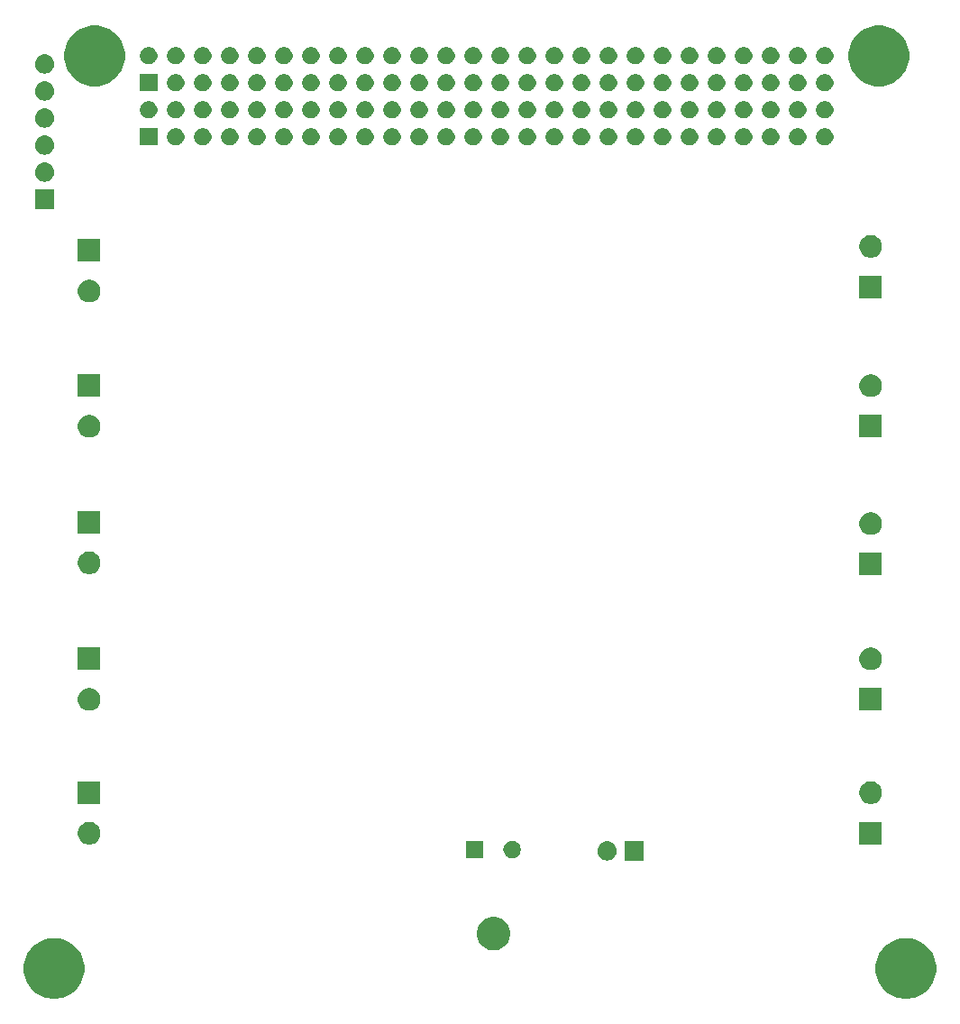
<source format=gbr>
G04 #@! TF.GenerationSoftware,KiCad,Pcbnew,5.0.1*
G04 #@! TF.CreationDate,2018-12-13T21:41:05+01:00*
G04 #@! TF.ProjectId,OIBUS_MOSFET_driver_module,4F494255535F4D4F534645545F647269,rev?*
G04 #@! TF.SameCoordinates,Original*
G04 #@! TF.FileFunction,Soldermask,Bot*
G04 #@! TF.FilePolarity,Negative*
%FSLAX46Y46*%
G04 Gerber Fmt 4.6, Leading zero omitted, Abs format (unit mm)*
G04 Created by KiCad (PCBNEW 5.0.1) date Thu 13 Dec 2018 09:41:05 PM CET*
%MOMM*%
%LPD*%
G01*
G04 APERTURE LIST*
%ADD10C,0.149860*%
G04 APERTURE END LIST*
D10*
G36*
X133982532Y-131051702D02*
X134308606Y-131116562D01*
X134827455Y-131331476D01*
X135224303Y-131596642D01*
X135294410Y-131643486D01*
X135691514Y-132040590D01*
X135691516Y-132040593D01*
X136003524Y-132507545D01*
X136218438Y-133026394D01*
X136328000Y-133577201D01*
X136328000Y-134138799D01*
X136218438Y-134689606D01*
X136003524Y-135208455D01*
X135693620Y-135672259D01*
X135691514Y-135675410D01*
X135294410Y-136072514D01*
X135294407Y-136072516D01*
X134827455Y-136384524D01*
X134308606Y-136599438D01*
X134033202Y-136654219D01*
X133757800Y-136709000D01*
X133196200Y-136709000D01*
X132920798Y-136654219D01*
X132645394Y-136599438D01*
X132126545Y-136384524D01*
X131659593Y-136072516D01*
X131659590Y-136072514D01*
X131262486Y-135675410D01*
X131260380Y-135672259D01*
X130950476Y-135208455D01*
X130735562Y-134689606D01*
X130626000Y-134138799D01*
X130626000Y-133577201D01*
X130735562Y-133026394D01*
X130950476Y-132507545D01*
X131262484Y-132040593D01*
X131262486Y-132040590D01*
X131659590Y-131643486D01*
X131729697Y-131596642D01*
X132126545Y-131331476D01*
X132645394Y-131116562D01*
X132971468Y-131051702D01*
X133196200Y-131007000D01*
X133757800Y-131007000D01*
X133982532Y-131051702D01*
X133982532Y-131051702D01*
G37*
G36*
X53972532Y-131051702D02*
X54298606Y-131116562D01*
X54817455Y-131331476D01*
X55214303Y-131596642D01*
X55284410Y-131643486D01*
X55681514Y-132040590D01*
X55681516Y-132040593D01*
X55993524Y-132507545D01*
X56208438Y-133026394D01*
X56318000Y-133577201D01*
X56318000Y-134138799D01*
X56208438Y-134689606D01*
X55993524Y-135208455D01*
X55683620Y-135672259D01*
X55681514Y-135675410D01*
X55284410Y-136072514D01*
X55284407Y-136072516D01*
X54817455Y-136384524D01*
X54298606Y-136599438D01*
X54023202Y-136654219D01*
X53747800Y-136709000D01*
X53186200Y-136709000D01*
X52910798Y-136654219D01*
X52635394Y-136599438D01*
X52116545Y-136384524D01*
X51649593Y-136072516D01*
X51649590Y-136072514D01*
X51252486Y-135675410D01*
X51250380Y-135672259D01*
X50940476Y-135208455D01*
X50725562Y-134689606D01*
X50616000Y-134138799D01*
X50616000Y-133577201D01*
X50725562Y-133026394D01*
X50940476Y-132507545D01*
X51252484Y-132040593D01*
X51252486Y-132040590D01*
X51649590Y-131643486D01*
X51719697Y-131596642D01*
X52116545Y-131331476D01*
X52635394Y-131116562D01*
X52961468Y-131051702D01*
X53186200Y-131007000D01*
X53747800Y-131007000D01*
X53972532Y-131051702D01*
X53972532Y-131051702D01*
G37*
G36*
X94947739Y-129026048D02*
X95201702Y-129076564D01*
X95488516Y-129195367D01*
X95746642Y-129367841D01*
X95966159Y-129587358D01*
X96138633Y-129845484D01*
X96257436Y-130132298D01*
X96318000Y-130436778D01*
X96318000Y-130747222D01*
X96257436Y-131051702D01*
X96138633Y-131338516D01*
X95966159Y-131596642D01*
X95746642Y-131816159D01*
X95488516Y-131988633D01*
X95201702Y-132107436D01*
X94947739Y-132157952D01*
X94897223Y-132168000D01*
X94586777Y-132168000D01*
X94536261Y-132157952D01*
X94282298Y-132107436D01*
X93995484Y-131988633D01*
X93737358Y-131816159D01*
X93517841Y-131596642D01*
X93345367Y-131338516D01*
X93226564Y-131051702D01*
X93166000Y-130747222D01*
X93166000Y-130436778D01*
X93226564Y-130132298D01*
X93345367Y-129845484D01*
X93517841Y-129587358D01*
X93737358Y-129367841D01*
X93995484Y-129195367D01*
X94282298Y-129076564D01*
X94536261Y-129026048D01*
X94586777Y-129016000D01*
X94897223Y-129016000D01*
X94947739Y-129026048D01*
X94947739Y-129026048D01*
G37*
G36*
X108851000Y-123710000D02*
X107049000Y-123710000D01*
X107049000Y-121908000D01*
X108851000Y-121908000D01*
X108851000Y-123710000D01*
X108851000Y-123710000D01*
G37*
G36*
X105520442Y-121914518D02*
X105586627Y-121921037D01*
X105699853Y-121955384D01*
X105756467Y-121972557D01*
X105895087Y-122046652D01*
X105912991Y-122056222D01*
X105948729Y-122085552D01*
X106050186Y-122168814D01*
X106133448Y-122270271D01*
X106162778Y-122306009D01*
X106162779Y-122306011D01*
X106246443Y-122462533D01*
X106246443Y-122462534D01*
X106297963Y-122632373D01*
X106315359Y-122809000D01*
X106297963Y-122985627D01*
X106272818Y-123068519D01*
X106246443Y-123155467D01*
X106172348Y-123294087D01*
X106162778Y-123311991D01*
X106133448Y-123347729D01*
X106050186Y-123449186D01*
X105948729Y-123532448D01*
X105912991Y-123561778D01*
X105912989Y-123561779D01*
X105756467Y-123645443D01*
X105699853Y-123662616D01*
X105586627Y-123696963D01*
X105520442Y-123703482D01*
X105454260Y-123710000D01*
X105365740Y-123710000D01*
X105299558Y-123703482D01*
X105233373Y-123696963D01*
X105120147Y-123662616D01*
X105063533Y-123645443D01*
X104907011Y-123561779D01*
X104907009Y-123561778D01*
X104871271Y-123532448D01*
X104769814Y-123449186D01*
X104686552Y-123347729D01*
X104657222Y-123311991D01*
X104647652Y-123294087D01*
X104573557Y-123155467D01*
X104547182Y-123068519D01*
X104522037Y-122985627D01*
X104504641Y-122809000D01*
X104522037Y-122632373D01*
X104573557Y-122462534D01*
X104573557Y-122462533D01*
X104657221Y-122306011D01*
X104657222Y-122306009D01*
X104686552Y-122270271D01*
X104769814Y-122168814D01*
X104871271Y-122085552D01*
X104907009Y-122056222D01*
X104924913Y-122046652D01*
X105063533Y-121972557D01*
X105120147Y-121955384D01*
X105233373Y-121921037D01*
X105299558Y-121914518D01*
X105365740Y-121908000D01*
X105454260Y-121908000D01*
X105520442Y-121914518D01*
X105520442Y-121914518D01*
G37*
G36*
X93808000Y-123498000D02*
X92176000Y-123498000D01*
X92176000Y-121866000D01*
X93808000Y-121866000D01*
X93808000Y-123498000D01*
X93808000Y-123498000D01*
G37*
G36*
X96730016Y-121897358D02*
X96730019Y-121897359D01*
X96730018Y-121897359D01*
X96878521Y-121958870D01*
X97012170Y-122048172D01*
X97125828Y-122161830D01*
X97215130Y-122295479D01*
X97219492Y-122306011D01*
X97276642Y-122443984D01*
X97308000Y-122601630D01*
X97308000Y-122762370D01*
X97276642Y-122920016D01*
X97276641Y-122920018D01*
X97215130Y-123068521D01*
X97125828Y-123202170D01*
X97012170Y-123315828D01*
X96878521Y-123405130D01*
X96755497Y-123456087D01*
X96730016Y-123466642D01*
X96572370Y-123498000D01*
X96411630Y-123498000D01*
X96253984Y-123466642D01*
X96228503Y-123456087D01*
X96105479Y-123405130D01*
X95971830Y-123315828D01*
X95858172Y-123202170D01*
X95768870Y-123068521D01*
X95707359Y-122920018D01*
X95707358Y-122920016D01*
X95676000Y-122762370D01*
X95676000Y-122601630D01*
X95707358Y-122443984D01*
X95764508Y-122306011D01*
X95768870Y-122295479D01*
X95858172Y-122161830D01*
X95971830Y-122048172D01*
X96105479Y-121958870D01*
X96253982Y-121897359D01*
X96253981Y-121897359D01*
X96253984Y-121897358D01*
X96411630Y-121866000D01*
X96572370Y-121866000D01*
X96730016Y-121897358D01*
X96730016Y-121897358D01*
G37*
G36*
X131238500Y-122221500D02*
X129111500Y-122221500D01*
X129111500Y-120094500D01*
X131238500Y-120094500D01*
X131238500Y-122221500D01*
X131238500Y-122221500D01*
G37*
G36*
X57079209Y-120135369D02*
X57079211Y-120135370D01*
X57079212Y-120135370D01*
X57272756Y-120215538D01*
X57272757Y-120215539D01*
X57446945Y-120331927D01*
X57595073Y-120480055D01*
X57595075Y-120480058D01*
X57711462Y-120654244D01*
X57791630Y-120847788D01*
X57832500Y-121053254D01*
X57832500Y-121262746D01*
X57791630Y-121468212D01*
X57711462Y-121661756D01*
X57711461Y-121661757D01*
X57595073Y-121835945D01*
X57446945Y-121984073D01*
X57446942Y-121984075D01*
X57272756Y-122100462D01*
X57079212Y-122180630D01*
X57079211Y-122180630D01*
X57079209Y-122180631D01*
X56873747Y-122221500D01*
X56664253Y-122221500D01*
X56458791Y-122180631D01*
X56458789Y-122180630D01*
X56458788Y-122180630D01*
X56265244Y-122100462D01*
X56091058Y-121984075D01*
X56091055Y-121984073D01*
X55942927Y-121835945D01*
X55826539Y-121661757D01*
X55826538Y-121661756D01*
X55746370Y-121468212D01*
X55705500Y-121262746D01*
X55705500Y-121053254D01*
X55746370Y-120847788D01*
X55826538Y-120654244D01*
X55942925Y-120480058D01*
X55942927Y-120480055D01*
X56091055Y-120331927D01*
X56265243Y-120215539D01*
X56265244Y-120215538D01*
X56458788Y-120135370D01*
X56458789Y-120135370D01*
X56458791Y-120135369D01*
X56664253Y-120094500D01*
X56873747Y-120094500D01*
X57079209Y-120135369D01*
X57079209Y-120135369D01*
G37*
G36*
X57832500Y-118411500D02*
X55705500Y-118411500D01*
X55705500Y-116284500D01*
X57832500Y-116284500D01*
X57832500Y-118411500D01*
X57832500Y-118411500D01*
G37*
G36*
X130485209Y-116325369D02*
X130485211Y-116325370D01*
X130485212Y-116325370D01*
X130678756Y-116405538D01*
X130678757Y-116405539D01*
X130852945Y-116521927D01*
X131001073Y-116670055D01*
X131001075Y-116670058D01*
X131117462Y-116844244D01*
X131197630Y-117037788D01*
X131238500Y-117243254D01*
X131238500Y-117452746D01*
X131197630Y-117658212D01*
X131117462Y-117851756D01*
X131117461Y-117851757D01*
X131001073Y-118025945D01*
X130852945Y-118174073D01*
X130852942Y-118174075D01*
X130678756Y-118290462D01*
X130485212Y-118370630D01*
X130485211Y-118370630D01*
X130485209Y-118370631D01*
X130279747Y-118411500D01*
X130070253Y-118411500D01*
X129864791Y-118370631D01*
X129864789Y-118370630D01*
X129864788Y-118370630D01*
X129671244Y-118290462D01*
X129497058Y-118174075D01*
X129497055Y-118174073D01*
X129348927Y-118025945D01*
X129232539Y-117851757D01*
X129232538Y-117851756D01*
X129152370Y-117658212D01*
X129111500Y-117452746D01*
X129111500Y-117243254D01*
X129152370Y-117037788D01*
X129232538Y-116844244D01*
X129348925Y-116670058D01*
X129348927Y-116670055D01*
X129497055Y-116521927D01*
X129671243Y-116405539D01*
X129671244Y-116405538D01*
X129864788Y-116325370D01*
X129864789Y-116325370D01*
X129864791Y-116325369D01*
X130070253Y-116284500D01*
X130279747Y-116284500D01*
X130485209Y-116325369D01*
X130485209Y-116325369D01*
G37*
G36*
X57079209Y-107562369D02*
X57079211Y-107562370D01*
X57079212Y-107562370D01*
X57272756Y-107642538D01*
X57272757Y-107642539D01*
X57446945Y-107758927D01*
X57595073Y-107907055D01*
X57595075Y-107907058D01*
X57711462Y-108081244D01*
X57791630Y-108274788D01*
X57832500Y-108480254D01*
X57832500Y-108689746D01*
X57791630Y-108895212D01*
X57711462Y-109088756D01*
X57711461Y-109088757D01*
X57595073Y-109262945D01*
X57446945Y-109411073D01*
X57446942Y-109411075D01*
X57272756Y-109527462D01*
X57079212Y-109607630D01*
X57079211Y-109607630D01*
X57079209Y-109607631D01*
X56873747Y-109648500D01*
X56664253Y-109648500D01*
X56458791Y-109607631D01*
X56458789Y-109607630D01*
X56458788Y-109607630D01*
X56265244Y-109527462D01*
X56091058Y-109411075D01*
X56091055Y-109411073D01*
X55942927Y-109262945D01*
X55826539Y-109088757D01*
X55826538Y-109088756D01*
X55746370Y-108895212D01*
X55705500Y-108689746D01*
X55705500Y-108480254D01*
X55746370Y-108274788D01*
X55826538Y-108081244D01*
X55942925Y-107907058D01*
X55942927Y-107907055D01*
X56091055Y-107758927D01*
X56265243Y-107642539D01*
X56265244Y-107642538D01*
X56458788Y-107562370D01*
X56458789Y-107562370D01*
X56458791Y-107562369D01*
X56664253Y-107521500D01*
X56873747Y-107521500D01*
X57079209Y-107562369D01*
X57079209Y-107562369D01*
G37*
G36*
X131238500Y-109648500D02*
X129111500Y-109648500D01*
X129111500Y-107521500D01*
X131238500Y-107521500D01*
X131238500Y-109648500D01*
X131238500Y-109648500D01*
G37*
G36*
X57832500Y-105838500D02*
X55705500Y-105838500D01*
X55705500Y-103711500D01*
X57832500Y-103711500D01*
X57832500Y-105838500D01*
X57832500Y-105838500D01*
G37*
G36*
X130485209Y-103752369D02*
X130485211Y-103752370D01*
X130485212Y-103752370D01*
X130678756Y-103832538D01*
X130678757Y-103832539D01*
X130852945Y-103948927D01*
X131001073Y-104097055D01*
X131001075Y-104097058D01*
X131117462Y-104271244D01*
X131197630Y-104464788D01*
X131238500Y-104670254D01*
X131238500Y-104879746D01*
X131197630Y-105085212D01*
X131117462Y-105278756D01*
X131117461Y-105278757D01*
X131001073Y-105452945D01*
X130852945Y-105601073D01*
X130852942Y-105601075D01*
X130678756Y-105717462D01*
X130485212Y-105797630D01*
X130485211Y-105797630D01*
X130485209Y-105797631D01*
X130279747Y-105838500D01*
X130070253Y-105838500D01*
X129864791Y-105797631D01*
X129864789Y-105797630D01*
X129864788Y-105797630D01*
X129671244Y-105717462D01*
X129497058Y-105601075D01*
X129497055Y-105601073D01*
X129348927Y-105452945D01*
X129232539Y-105278757D01*
X129232538Y-105278756D01*
X129152370Y-105085212D01*
X129111500Y-104879746D01*
X129111500Y-104670254D01*
X129152370Y-104464788D01*
X129232538Y-104271244D01*
X129348925Y-104097058D01*
X129348927Y-104097055D01*
X129497055Y-103948927D01*
X129671243Y-103832539D01*
X129671244Y-103832538D01*
X129864788Y-103752370D01*
X129864789Y-103752370D01*
X129864791Y-103752369D01*
X130070253Y-103711500D01*
X130279747Y-103711500D01*
X130485209Y-103752369D01*
X130485209Y-103752369D01*
G37*
G36*
X131238500Y-96948500D02*
X129111500Y-96948500D01*
X129111500Y-94821500D01*
X131238500Y-94821500D01*
X131238500Y-96948500D01*
X131238500Y-96948500D01*
G37*
G36*
X57079209Y-94735369D02*
X57079211Y-94735370D01*
X57079212Y-94735370D01*
X57272756Y-94815538D01*
X57444599Y-94930360D01*
X57446945Y-94931927D01*
X57595073Y-95080055D01*
X57595075Y-95080058D01*
X57711462Y-95254244D01*
X57791630Y-95447788D01*
X57832500Y-95653254D01*
X57832500Y-95862746D01*
X57791630Y-96068212D01*
X57711462Y-96261756D01*
X57711461Y-96261757D01*
X57595073Y-96435945D01*
X57446945Y-96584073D01*
X57446942Y-96584075D01*
X57272756Y-96700462D01*
X57079212Y-96780630D01*
X57079211Y-96780630D01*
X57079209Y-96780631D01*
X56873747Y-96821500D01*
X56664253Y-96821500D01*
X56458791Y-96780631D01*
X56458789Y-96780630D01*
X56458788Y-96780630D01*
X56265244Y-96700462D01*
X56091058Y-96584075D01*
X56091055Y-96584073D01*
X55942927Y-96435945D01*
X55826539Y-96261757D01*
X55826538Y-96261756D01*
X55746370Y-96068212D01*
X55705500Y-95862746D01*
X55705500Y-95653254D01*
X55746370Y-95447788D01*
X55826538Y-95254244D01*
X55942925Y-95080058D01*
X55942927Y-95080055D01*
X56091055Y-94931927D01*
X56093401Y-94930360D01*
X56265244Y-94815538D01*
X56458788Y-94735370D01*
X56458789Y-94735370D01*
X56458791Y-94735369D01*
X56664253Y-94694500D01*
X56873747Y-94694500D01*
X57079209Y-94735369D01*
X57079209Y-94735369D01*
G37*
G36*
X130485209Y-91052369D02*
X130485211Y-91052370D01*
X130485212Y-91052370D01*
X130678756Y-91132538D01*
X130678757Y-91132539D01*
X130852945Y-91248927D01*
X131001073Y-91397055D01*
X131001075Y-91397058D01*
X131117462Y-91571244D01*
X131197630Y-91764788D01*
X131238500Y-91970254D01*
X131238500Y-92179746D01*
X131197630Y-92385212D01*
X131117462Y-92578756D01*
X131117461Y-92578757D01*
X131001073Y-92752945D01*
X130852945Y-92901073D01*
X130852942Y-92901075D01*
X130678756Y-93017462D01*
X130485212Y-93097630D01*
X130485211Y-93097630D01*
X130485209Y-93097631D01*
X130279747Y-93138500D01*
X130070253Y-93138500D01*
X129864791Y-93097631D01*
X129864789Y-93097630D01*
X129864788Y-93097630D01*
X129671244Y-93017462D01*
X129497058Y-92901075D01*
X129497055Y-92901073D01*
X129348927Y-92752945D01*
X129232539Y-92578757D01*
X129232538Y-92578756D01*
X129152370Y-92385212D01*
X129111500Y-92179746D01*
X129111500Y-91970254D01*
X129152370Y-91764788D01*
X129232538Y-91571244D01*
X129348925Y-91397058D01*
X129348927Y-91397055D01*
X129497055Y-91248927D01*
X129671243Y-91132539D01*
X129671244Y-91132538D01*
X129864788Y-91052370D01*
X129864789Y-91052370D01*
X129864791Y-91052369D01*
X130070253Y-91011500D01*
X130279747Y-91011500D01*
X130485209Y-91052369D01*
X130485209Y-91052369D01*
G37*
G36*
X57832500Y-93011500D02*
X55705500Y-93011500D01*
X55705500Y-90884500D01*
X57832500Y-90884500D01*
X57832500Y-93011500D01*
X57832500Y-93011500D01*
G37*
G36*
X131238500Y-83994500D02*
X129111500Y-83994500D01*
X129111500Y-81867500D01*
X131238500Y-81867500D01*
X131238500Y-83994500D01*
X131238500Y-83994500D01*
G37*
G36*
X57079209Y-81908369D02*
X57079211Y-81908370D01*
X57079212Y-81908370D01*
X57272756Y-81988538D01*
X57272757Y-81988539D01*
X57446945Y-82104927D01*
X57595073Y-82253055D01*
X57595075Y-82253058D01*
X57711462Y-82427244D01*
X57791630Y-82620788D01*
X57832500Y-82826254D01*
X57832500Y-83035746D01*
X57791630Y-83241212D01*
X57711462Y-83434756D01*
X57711461Y-83434757D01*
X57595073Y-83608945D01*
X57446945Y-83757073D01*
X57446942Y-83757075D01*
X57272756Y-83873462D01*
X57079212Y-83953630D01*
X57079211Y-83953630D01*
X57079209Y-83953631D01*
X56873747Y-83994500D01*
X56664253Y-83994500D01*
X56458791Y-83953631D01*
X56458789Y-83953630D01*
X56458788Y-83953630D01*
X56265244Y-83873462D01*
X56091058Y-83757075D01*
X56091055Y-83757073D01*
X55942927Y-83608945D01*
X55826539Y-83434757D01*
X55826538Y-83434756D01*
X55746370Y-83241212D01*
X55705500Y-83035746D01*
X55705500Y-82826254D01*
X55746370Y-82620788D01*
X55826538Y-82427244D01*
X55942925Y-82253058D01*
X55942927Y-82253055D01*
X56091055Y-82104927D01*
X56265243Y-81988539D01*
X56265244Y-81988538D01*
X56458788Y-81908370D01*
X56458789Y-81908370D01*
X56458791Y-81908369D01*
X56664253Y-81867500D01*
X56873747Y-81867500D01*
X57079209Y-81908369D01*
X57079209Y-81908369D01*
G37*
G36*
X57832500Y-80184500D02*
X55705500Y-80184500D01*
X55705500Y-78057500D01*
X57832500Y-78057500D01*
X57832500Y-80184500D01*
X57832500Y-80184500D01*
G37*
G36*
X130485209Y-78098369D02*
X130485211Y-78098370D01*
X130485212Y-78098370D01*
X130678756Y-78178538D01*
X130678757Y-78178539D01*
X130852945Y-78294927D01*
X131001073Y-78443055D01*
X131001075Y-78443058D01*
X131117462Y-78617244D01*
X131197630Y-78810788D01*
X131238500Y-79016254D01*
X131238500Y-79225746D01*
X131197630Y-79431212D01*
X131117462Y-79624756D01*
X131117461Y-79624757D01*
X131001073Y-79798945D01*
X130852945Y-79947073D01*
X130852942Y-79947075D01*
X130678756Y-80063462D01*
X130485212Y-80143630D01*
X130485211Y-80143630D01*
X130485209Y-80143631D01*
X130279747Y-80184500D01*
X130070253Y-80184500D01*
X129864791Y-80143631D01*
X129864789Y-80143630D01*
X129864788Y-80143630D01*
X129671244Y-80063462D01*
X129497058Y-79947075D01*
X129497055Y-79947073D01*
X129348927Y-79798945D01*
X129232539Y-79624757D01*
X129232538Y-79624756D01*
X129152370Y-79431212D01*
X129111500Y-79225746D01*
X129111500Y-79016254D01*
X129152370Y-78810788D01*
X129232538Y-78617244D01*
X129348925Y-78443058D01*
X129348927Y-78443055D01*
X129497055Y-78294927D01*
X129671243Y-78178539D01*
X129671244Y-78178538D01*
X129864788Y-78098370D01*
X129864789Y-78098370D01*
X129864791Y-78098369D01*
X130070253Y-78057500D01*
X130279747Y-78057500D01*
X130485209Y-78098369D01*
X130485209Y-78098369D01*
G37*
G36*
X57079209Y-69208369D02*
X57079211Y-69208370D01*
X57079212Y-69208370D01*
X57272756Y-69288538D01*
X57272757Y-69288539D01*
X57446945Y-69404927D01*
X57595073Y-69553055D01*
X57595075Y-69553058D01*
X57711462Y-69727244D01*
X57791630Y-69920788D01*
X57832500Y-70126254D01*
X57832500Y-70335746D01*
X57791630Y-70541212D01*
X57711462Y-70734756D01*
X57711461Y-70734757D01*
X57595073Y-70908945D01*
X57446945Y-71057073D01*
X57446942Y-71057075D01*
X57272756Y-71173462D01*
X57079212Y-71253630D01*
X57079211Y-71253630D01*
X57079209Y-71253631D01*
X56873747Y-71294500D01*
X56664253Y-71294500D01*
X56458791Y-71253631D01*
X56458789Y-71253630D01*
X56458788Y-71253630D01*
X56265244Y-71173462D01*
X56091058Y-71057075D01*
X56091055Y-71057073D01*
X55942927Y-70908945D01*
X55826539Y-70734757D01*
X55826538Y-70734756D01*
X55746370Y-70541212D01*
X55705500Y-70335746D01*
X55705500Y-70126254D01*
X55746370Y-69920788D01*
X55826538Y-69727244D01*
X55942925Y-69553058D01*
X55942927Y-69553055D01*
X56091055Y-69404927D01*
X56265243Y-69288539D01*
X56265244Y-69288538D01*
X56458788Y-69208370D01*
X56458789Y-69208370D01*
X56458791Y-69208369D01*
X56664253Y-69167500D01*
X56873747Y-69167500D01*
X57079209Y-69208369D01*
X57079209Y-69208369D01*
G37*
G36*
X131238500Y-70913500D02*
X129111500Y-70913500D01*
X129111500Y-68786500D01*
X131238500Y-68786500D01*
X131238500Y-70913500D01*
X131238500Y-70913500D01*
G37*
G36*
X57832500Y-67484500D02*
X55705500Y-67484500D01*
X55705500Y-65357500D01*
X57832500Y-65357500D01*
X57832500Y-67484500D01*
X57832500Y-67484500D01*
G37*
G36*
X130485209Y-65017369D02*
X130485211Y-65017370D01*
X130485212Y-65017370D01*
X130678756Y-65097538D01*
X130678757Y-65097539D01*
X130852945Y-65213927D01*
X131001073Y-65362055D01*
X131001075Y-65362058D01*
X131117462Y-65536244D01*
X131197630Y-65729788D01*
X131238500Y-65935254D01*
X131238500Y-66144746D01*
X131197630Y-66350212D01*
X131117462Y-66543756D01*
X131117461Y-66543757D01*
X131001073Y-66717945D01*
X130852945Y-66866073D01*
X130852942Y-66866075D01*
X130678756Y-66982462D01*
X130485212Y-67062630D01*
X130485211Y-67062630D01*
X130485209Y-67062631D01*
X130279747Y-67103500D01*
X130070253Y-67103500D01*
X129864791Y-67062631D01*
X129864789Y-67062630D01*
X129864788Y-67062630D01*
X129671244Y-66982462D01*
X129497058Y-66866075D01*
X129497055Y-66866073D01*
X129348927Y-66717945D01*
X129232539Y-66543757D01*
X129232538Y-66543756D01*
X129152370Y-66350212D01*
X129111500Y-66144746D01*
X129111500Y-65935254D01*
X129152370Y-65729788D01*
X129232538Y-65536244D01*
X129348925Y-65362058D01*
X129348927Y-65362055D01*
X129497055Y-65213927D01*
X129671243Y-65097539D01*
X129671244Y-65097538D01*
X129864788Y-65017370D01*
X129864789Y-65017370D01*
X129864791Y-65017369D01*
X130070253Y-64976500D01*
X130279747Y-64976500D01*
X130485209Y-65017369D01*
X130485209Y-65017369D01*
G37*
G36*
X53479000Y-62496000D02*
X51677000Y-62496000D01*
X51677000Y-60694000D01*
X53479000Y-60694000D01*
X53479000Y-62496000D01*
X53479000Y-62496000D01*
G37*
G36*
X52688442Y-58160518D02*
X52754627Y-58167037D01*
X52867853Y-58201384D01*
X52924467Y-58218557D01*
X53063087Y-58292652D01*
X53080991Y-58302222D01*
X53116729Y-58331552D01*
X53218186Y-58414814D01*
X53301448Y-58516271D01*
X53330778Y-58552009D01*
X53330779Y-58552011D01*
X53414443Y-58708533D01*
X53414443Y-58708534D01*
X53465963Y-58878373D01*
X53483359Y-59055000D01*
X53465963Y-59231627D01*
X53431616Y-59344853D01*
X53414443Y-59401467D01*
X53340348Y-59540087D01*
X53330778Y-59557991D01*
X53301448Y-59593729D01*
X53218186Y-59695186D01*
X53116729Y-59778448D01*
X53080991Y-59807778D01*
X53080989Y-59807779D01*
X52924467Y-59891443D01*
X52867853Y-59908616D01*
X52754627Y-59942963D01*
X52688442Y-59949482D01*
X52622260Y-59956000D01*
X52533740Y-59956000D01*
X52467558Y-59949482D01*
X52401373Y-59942963D01*
X52288147Y-59908616D01*
X52231533Y-59891443D01*
X52075011Y-59807779D01*
X52075009Y-59807778D01*
X52039271Y-59778448D01*
X51937814Y-59695186D01*
X51854552Y-59593729D01*
X51825222Y-59557991D01*
X51815652Y-59540087D01*
X51741557Y-59401467D01*
X51724384Y-59344853D01*
X51690037Y-59231627D01*
X51672641Y-59055000D01*
X51690037Y-58878373D01*
X51741557Y-58708534D01*
X51741557Y-58708533D01*
X51825221Y-58552011D01*
X51825222Y-58552009D01*
X51854552Y-58516271D01*
X51937814Y-58414814D01*
X52039271Y-58331552D01*
X52075009Y-58302222D01*
X52092913Y-58292652D01*
X52231533Y-58218557D01*
X52288147Y-58201384D01*
X52401373Y-58167037D01*
X52467558Y-58160518D01*
X52533740Y-58154000D01*
X52622260Y-58154000D01*
X52688442Y-58160518D01*
X52688442Y-58160518D01*
G37*
G36*
X52688443Y-55620519D02*
X52754627Y-55627037D01*
X52867853Y-55661384D01*
X52924467Y-55678557D01*
X53063087Y-55752652D01*
X53080991Y-55762222D01*
X53116729Y-55791552D01*
X53218186Y-55874814D01*
X53301448Y-55976271D01*
X53330778Y-56012009D01*
X53330779Y-56012011D01*
X53414443Y-56168533D01*
X53414443Y-56168534D01*
X53465963Y-56338373D01*
X53483359Y-56515000D01*
X53465963Y-56691627D01*
X53431616Y-56804853D01*
X53414443Y-56861467D01*
X53340348Y-57000087D01*
X53330778Y-57017991D01*
X53301448Y-57053729D01*
X53218186Y-57155186D01*
X53116729Y-57238448D01*
X53080991Y-57267778D01*
X53080989Y-57267779D01*
X52924467Y-57351443D01*
X52867853Y-57368616D01*
X52754627Y-57402963D01*
X52688443Y-57409481D01*
X52622260Y-57416000D01*
X52533740Y-57416000D01*
X52467557Y-57409481D01*
X52401373Y-57402963D01*
X52288147Y-57368616D01*
X52231533Y-57351443D01*
X52075011Y-57267779D01*
X52075009Y-57267778D01*
X52039271Y-57238448D01*
X51937814Y-57155186D01*
X51854552Y-57053729D01*
X51825222Y-57017991D01*
X51815652Y-57000087D01*
X51741557Y-56861467D01*
X51724384Y-56804853D01*
X51690037Y-56691627D01*
X51672641Y-56515000D01*
X51690037Y-56338373D01*
X51741557Y-56168534D01*
X51741557Y-56168533D01*
X51825221Y-56012011D01*
X51825222Y-56012009D01*
X51854552Y-55976271D01*
X51937814Y-55874814D01*
X52039271Y-55791552D01*
X52075009Y-55762222D01*
X52092913Y-55752652D01*
X52231533Y-55678557D01*
X52288147Y-55661384D01*
X52401373Y-55627037D01*
X52467557Y-55620519D01*
X52533740Y-55614000D01*
X52622260Y-55614000D01*
X52688443Y-55620519D01*
X52688443Y-55620519D01*
G37*
G36*
X90534142Y-54971242D02*
X90682102Y-55032530D01*
X90815258Y-55121502D01*
X90928498Y-55234742D01*
X91017470Y-55367898D01*
X91078758Y-55515858D01*
X91110000Y-55672925D01*
X91110000Y-55833075D01*
X91078758Y-55990142D01*
X91017470Y-56138102D01*
X90928498Y-56271258D01*
X90815258Y-56384498D01*
X90682102Y-56473470D01*
X90534142Y-56534758D01*
X90377075Y-56566000D01*
X90216925Y-56566000D01*
X90059858Y-56534758D01*
X89911898Y-56473470D01*
X89778742Y-56384498D01*
X89665502Y-56271258D01*
X89576530Y-56138102D01*
X89515242Y-55990142D01*
X89484000Y-55833075D01*
X89484000Y-55672925D01*
X89515242Y-55515858D01*
X89576530Y-55367898D01*
X89665502Y-55234742D01*
X89778742Y-55121502D01*
X89911898Y-55032530D01*
X90059858Y-54971242D01*
X90216925Y-54940000D01*
X90377075Y-54940000D01*
X90534142Y-54971242D01*
X90534142Y-54971242D01*
G37*
G36*
X113394142Y-54971242D02*
X113542102Y-55032530D01*
X113675258Y-55121502D01*
X113788498Y-55234742D01*
X113877470Y-55367898D01*
X113938758Y-55515858D01*
X113970000Y-55672925D01*
X113970000Y-55833075D01*
X113938758Y-55990142D01*
X113877470Y-56138102D01*
X113788498Y-56271258D01*
X113675258Y-56384498D01*
X113542102Y-56473470D01*
X113394142Y-56534758D01*
X113237075Y-56566000D01*
X113076925Y-56566000D01*
X112919858Y-56534758D01*
X112771898Y-56473470D01*
X112638742Y-56384498D01*
X112525502Y-56271258D01*
X112436530Y-56138102D01*
X112375242Y-55990142D01*
X112344000Y-55833075D01*
X112344000Y-55672925D01*
X112375242Y-55515858D01*
X112436530Y-55367898D01*
X112525502Y-55234742D01*
X112638742Y-55121502D01*
X112771898Y-55032530D01*
X112919858Y-54971242D01*
X113076925Y-54940000D01*
X113237075Y-54940000D01*
X113394142Y-54971242D01*
X113394142Y-54971242D01*
G37*
G36*
X87994142Y-54971242D02*
X88142102Y-55032530D01*
X88275258Y-55121502D01*
X88388498Y-55234742D01*
X88477470Y-55367898D01*
X88538758Y-55515858D01*
X88570000Y-55672925D01*
X88570000Y-55833075D01*
X88538758Y-55990142D01*
X88477470Y-56138102D01*
X88388498Y-56271258D01*
X88275258Y-56384498D01*
X88142102Y-56473470D01*
X87994142Y-56534758D01*
X87837075Y-56566000D01*
X87676925Y-56566000D01*
X87519858Y-56534758D01*
X87371898Y-56473470D01*
X87238742Y-56384498D01*
X87125502Y-56271258D01*
X87036530Y-56138102D01*
X86975242Y-55990142D01*
X86944000Y-55833075D01*
X86944000Y-55672925D01*
X86975242Y-55515858D01*
X87036530Y-55367898D01*
X87125502Y-55234742D01*
X87238742Y-55121502D01*
X87371898Y-55032530D01*
X87519858Y-54971242D01*
X87676925Y-54940000D01*
X87837075Y-54940000D01*
X87994142Y-54971242D01*
X87994142Y-54971242D01*
G37*
G36*
X85454142Y-54971242D02*
X85602102Y-55032530D01*
X85735258Y-55121502D01*
X85848498Y-55234742D01*
X85937470Y-55367898D01*
X85998758Y-55515858D01*
X86030000Y-55672925D01*
X86030000Y-55833075D01*
X85998758Y-55990142D01*
X85937470Y-56138102D01*
X85848498Y-56271258D01*
X85735258Y-56384498D01*
X85602102Y-56473470D01*
X85454142Y-56534758D01*
X85297075Y-56566000D01*
X85136925Y-56566000D01*
X84979858Y-56534758D01*
X84831898Y-56473470D01*
X84698742Y-56384498D01*
X84585502Y-56271258D01*
X84496530Y-56138102D01*
X84435242Y-55990142D01*
X84404000Y-55833075D01*
X84404000Y-55672925D01*
X84435242Y-55515858D01*
X84496530Y-55367898D01*
X84585502Y-55234742D01*
X84698742Y-55121502D01*
X84831898Y-55032530D01*
X84979858Y-54971242D01*
X85136925Y-54940000D01*
X85297075Y-54940000D01*
X85454142Y-54971242D01*
X85454142Y-54971242D01*
G37*
G36*
X82914142Y-54971242D02*
X83062102Y-55032530D01*
X83195258Y-55121502D01*
X83308498Y-55234742D01*
X83397470Y-55367898D01*
X83458758Y-55515858D01*
X83490000Y-55672925D01*
X83490000Y-55833075D01*
X83458758Y-55990142D01*
X83397470Y-56138102D01*
X83308498Y-56271258D01*
X83195258Y-56384498D01*
X83062102Y-56473470D01*
X82914142Y-56534758D01*
X82757075Y-56566000D01*
X82596925Y-56566000D01*
X82439858Y-56534758D01*
X82291898Y-56473470D01*
X82158742Y-56384498D01*
X82045502Y-56271258D01*
X81956530Y-56138102D01*
X81895242Y-55990142D01*
X81864000Y-55833075D01*
X81864000Y-55672925D01*
X81895242Y-55515858D01*
X81956530Y-55367898D01*
X82045502Y-55234742D01*
X82158742Y-55121502D01*
X82291898Y-55032530D01*
X82439858Y-54971242D01*
X82596925Y-54940000D01*
X82757075Y-54940000D01*
X82914142Y-54971242D01*
X82914142Y-54971242D01*
G37*
G36*
X80374142Y-54971242D02*
X80522102Y-55032530D01*
X80655258Y-55121502D01*
X80768498Y-55234742D01*
X80857470Y-55367898D01*
X80918758Y-55515858D01*
X80950000Y-55672925D01*
X80950000Y-55833075D01*
X80918758Y-55990142D01*
X80857470Y-56138102D01*
X80768498Y-56271258D01*
X80655258Y-56384498D01*
X80522102Y-56473470D01*
X80374142Y-56534758D01*
X80217075Y-56566000D01*
X80056925Y-56566000D01*
X79899858Y-56534758D01*
X79751898Y-56473470D01*
X79618742Y-56384498D01*
X79505502Y-56271258D01*
X79416530Y-56138102D01*
X79355242Y-55990142D01*
X79324000Y-55833075D01*
X79324000Y-55672925D01*
X79355242Y-55515858D01*
X79416530Y-55367898D01*
X79505502Y-55234742D01*
X79618742Y-55121502D01*
X79751898Y-55032530D01*
X79899858Y-54971242D01*
X80056925Y-54940000D01*
X80217075Y-54940000D01*
X80374142Y-54971242D01*
X80374142Y-54971242D01*
G37*
G36*
X77834142Y-54971242D02*
X77982102Y-55032530D01*
X78115258Y-55121502D01*
X78228498Y-55234742D01*
X78317470Y-55367898D01*
X78378758Y-55515858D01*
X78410000Y-55672925D01*
X78410000Y-55833075D01*
X78378758Y-55990142D01*
X78317470Y-56138102D01*
X78228498Y-56271258D01*
X78115258Y-56384498D01*
X77982102Y-56473470D01*
X77834142Y-56534758D01*
X77677075Y-56566000D01*
X77516925Y-56566000D01*
X77359858Y-56534758D01*
X77211898Y-56473470D01*
X77078742Y-56384498D01*
X76965502Y-56271258D01*
X76876530Y-56138102D01*
X76815242Y-55990142D01*
X76784000Y-55833075D01*
X76784000Y-55672925D01*
X76815242Y-55515858D01*
X76876530Y-55367898D01*
X76965502Y-55234742D01*
X77078742Y-55121502D01*
X77211898Y-55032530D01*
X77359858Y-54971242D01*
X77516925Y-54940000D01*
X77677075Y-54940000D01*
X77834142Y-54971242D01*
X77834142Y-54971242D01*
G37*
G36*
X75294142Y-54971242D02*
X75442102Y-55032530D01*
X75575258Y-55121502D01*
X75688498Y-55234742D01*
X75777470Y-55367898D01*
X75838758Y-55515858D01*
X75870000Y-55672925D01*
X75870000Y-55833075D01*
X75838758Y-55990142D01*
X75777470Y-56138102D01*
X75688498Y-56271258D01*
X75575258Y-56384498D01*
X75442102Y-56473470D01*
X75294142Y-56534758D01*
X75137075Y-56566000D01*
X74976925Y-56566000D01*
X74819858Y-56534758D01*
X74671898Y-56473470D01*
X74538742Y-56384498D01*
X74425502Y-56271258D01*
X74336530Y-56138102D01*
X74275242Y-55990142D01*
X74244000Y-55833075D01*
X74244000Y-55672925D01*
X74275242Y-55515858D01*
X74336530Y-55367898D01*
X74425502Y-55234742D01*
X74538742Y-55121502D01*
X74671898Y-55032530D01*
X74819858Y-54971242D01*
X74976925Y-54940000D01*
X75137075Y-54940000D01*
X75294142Y-54971242D01*
X75294142Y-54971242D01*
G37*
G36*
X72754142Y-54971242D02*
X72902102Y-55032530D01*
X73035258Y-55121502D01*
X73148498Y-55234742D01*
X73237470Y-55367898D01*
X73298758Y-55515858D01*
X73330000Y-55672925D01*
X73330000Y-55833075D01*
X73298758Y-55990142D01*
X73237470Y-56138102D01*
X73148498Y-56271258D01*
X73035258Y-56384498D01*
X72902102Y-56473470D01*
X72754142Y-56534758D01*
X72597075Y-56566000D01*
X72436925Y-56566000D01*
X72279858Y-56534758D01*
X72131898Y-56473470D01*
X71998742Y-56384498D01*
X71885502Y-56271258D01*
X71796530Y-56138102D01*
X71735242Y-55990142D01*
X71704000Y-55833075D01*
X71704000Y-55672925D01*
X71735242Y-55515858D01*
X71796530Y-55367898D01*
X71885502Y-55234742D01*
X71998742Y-55121502D01*
X72131898Y-55032530D01*
X72279858Y-54971242D01*
X72436925Y-54940000D01*
X72597075Y-54940000D01*
X72754142Y-54971242D01*
X72754142Y-54971242D01*
G37*
G36*
X70214142Y-54971242D02*
X70362102Y-55032530D01*
X70495258Y-55121502D01*
X70608498Y-55234742D01*
X70697470Y-55367898D01*
X70758758Y-55515858D01*
X70790000Y-55672925D01*
X70790000Y-55833075D01*
X70758758Y-55990142D01*
X70697470Y-56138102D01*
X70608498Y-56271258D01*
X70495258Y-56384498D01*
X70362102Y-56473470D01*
X70214142Y-56534758D01*
X70057075Y-56566000D01*
X69896925Y-56566000D01*
X69739858Y-56534758D01*
X69591898Y-56473470D01*
X69458742Y-56384498D01*
X69345502Y-56271258D01*
X69256530Y-56138102D01*
X69195242Y-55990142D01*
X69164000Y-55833075D01*
X69164000Y-55672925D01*
X69195242Y-55515858D01*
X69256530Y-55367898D01*
X69345502Y-55234742D01*
X69458742Y-55121502D01*
X69591898Y-55032530D01*
X69739858Y-54971242D01*
X69896925Y-54940000D01*
X70057075Y-54940000D01*
X70214142Y-54971242D01*
X70214142Y-54971242D01*
G37*
G36*
X67674142Y-54971242D02*
X67822102Y-55032530D01*
X67955258Y-55121502D01*
X68068498Y-55234742D01*
X68157470Y-55367898D01*
X68218758Y-55515858D01*
X68250000Y-55672925D01*
X68250000Y-55833075D01*
X68218758Y-55990142D01*
X68157470Y-56138102D01*
X68068498Y-56271258D01*
X67955258Y-56384498D01*
X67822102Y-56473470D01*
X67674142Y-56534758D01*
X67517075Y-56566000D01*
X67356925Y-56566000D01*
X67199858Y-56534758D01*
X67051898Y-56473470D01*
X66918742Y-56384498D01*
X66805502Y-56271258D01*
X66716530Y-56138102D01*
X66655242Y-55990142D01*
X66624000Y-55833075D01*
X66624000Y-55672925D01*
X66655242Y-55515858D01*
X66716530Y-55367898D01*
X66805502Y-55234742D01*
X66918742Y-55121502D01*
X67051898Y-55032530D01*
X67199858Y-54971242D01*
X67356925Y-54940000D01*
X67517075Y-54940000D01*
X67674142Y-54971242D01*
X67674142Y-54971242D01*
G37*
G36*
X65134142Y-54971242D02*
X65282102Y-55032530D01*
X65415258Y-55121502D01*
X65528498Y-55234742D01*
X65617470Y-55367898D01*
X65678758Y-55515858D01*
X65710000Y-55672925D01*
X65710000Y-55833075D01*
X65678758Y-55990142D01*
X65617470Y-56138102D01*
X65528498Y-56271258D01*
X65415258Y-56384498D01*
X65282102Y-56473470D01*
X65134142Y-56534758D01*
X64977075Y-56566000D01*
X64816925Y-56566000D01*
X64659858Y-56534758D01*
X64511898Y-56473470D01*
X64378742Y-56384498D01*
X64265502Y-56271258D01*
X64176530Y-56138102D01*
X64115242Y-55990142D01*
X64084000Y-55833075D01*
X64084000Y-55672925D01*
X64115242Y-55515858D01*
X64176530Y-55367898D01*
X64265502Y-55234742D01*
X64378742Y-55121502D01*
X64511898Y-55032530D01*
X64659858Y-54971242D01*
X64816925Y-54940000D01*
X64977075Y-54940000D01*
X65134142Y-54971242D01*
X65134142Y-54971242D01*
G37*
G36*
X63170000Y-56566000D02*
X61544000Y-56566000D01*
X61544000Y-54940000D01*
X63170000Y-54940000D01*
X63170000Y-56566000D01*
X63170000Y-56566000D01*
G37*
G36*
X98154142Y-54971242D02*
X98302102Y-55032530D01*
X98435258Y-55121502D01*
X98548498Y-55234742D01*
X98637470Y-55367898D01*
X98698758Y-55515858D01*
X98730000Y-55672925D01*
X98730000Y-55833075D01*
X98698758Y-55990142D01*
X98637470Y-56138102D01*
X98548498Y-56271258D01*
X98435258Y-56384498D01*
X98302102Y-56473470D01*
X98154142Y-56534758D01*
X97997075Y-56566000D01*
X97836925Y-56566000D01*
X97679858Y-56534758D01*
X97531898Y-56473470D01*
X97398742Y-56384498D01*
X97285502Y-56271258D01*
X97196530Y-56138102D01*
X97135242Y-55990142D01*
X97104000Y-55833075D01*
X97104000Y-55672925D01*
X97135242Y-55515858D01*
X97196530Y-55367898D01*
X97285502Y-55234742D01*
X97398742Y-55121502D01*
X97531898Y-55032530D01*
X97679858Y-54971242D01*
X97836925Y-54940000D01*
X97997075Y-54940000D01*
X98154142Y-54971242D01*
X98154142Y-54971242D01*
G37*
G36*
X100694142Y-54971242D02*
X100842102Y-55032530D01*
X100975258Y-55121502D01*
X101088498Y-55234742D01*
X101177470Y-55367898D01*
X101238758Y-55515858D01*
X101270000Y-55672925D01*
X101270000Y-55833075D01*
X101238758Y-55990142D01*
X101177470Y-56138102D01*
X101088498Y-56271258D01*
X100975258Y-56384498D01*
X100842102Y-56473470D01*
X100694142Y-56534758D01*
X100537075Y-56566000D01*
X100376925Y-56566000D01*
X100219858Y-56534758D01*
X100071898Y-56473470D01*
X99938742Y-56384498D01*
X99825502Y-56271258D01*
X99736530Y-56138102D01*
X99675242Y-55990142D01*
X99644000Y-55833075D01*
X99644000Y-55672925D01*
X99675242Y-55515858D01*
X99736530Y-55367898D01*
X99825502Y-55234742D01*
X99938742Y-55121502D01*
X100071898Y-55032530D01*
X100219858Y-54971242D01*
X100376925Y-54940000D01*
X100537075Y-54940000D01*
X100694142Y-54971242D01*
X100694142Y-54971242D01*
G37*
G36*
X103234142Y-54971242D02*
X103382102Y-55032530D01*
X103515258Y-55121502D01*
X103628498Y-55234742D01*
X103717470Y-55367898D01*
X103778758Y-55515858D01*
X103810000Y-55672925D01*
X103810000Y-55833075D01*
X103778758Y-55990142D01*
X103717470Y-56138102D01*
X103628498Y-56271258D01*
X103515258Y-56384498D01*
X103382102Y-56473470D01*
X103234142Y-56534758D01*
X103077075Y-56566000D01*
X102916925Y-56566000D01*
X102759858Y-56534758D01*
X102611898Y-56473470D01*
X102478742Y-56384498D01*
X102365502Y-56271258D01*
X102276530Y-56138102D01*
X102215242Y-55990142D01*
X102184000Y-55833075D01*
X102184000Y-55672925D01*
X102215242Y-55515858D01*
X102276530Y-55367898D01*
X102365502Y-55234742D01*
X102478742Y-55121502D01*
X102611898Y-55032530D01*
X102759858Y-54971242D01*
X102916925Y-54940000D01*
X103077075Y-54940000D01*
X103234142Y-54971242D01*
X103234142Y-54971242D01*
G37*
G36*
X105774142Y-54971242D02*
X105922102Y-55032530D01*
X106055258Y-55121502D01*
X106168498Y-55234742D01*
X106257470Y-55367898D01*
X106318758Y-55515858D01*
X106350000Y-55672925D01*
X106350000Y-55833075D01*
X106318758Y-55990142D01*
X106257470Y-56138102D01*
X106168498Y-56271258D01*
X106055258Y-56384498D01*
X105922102Y-56473470D01*
X105774142Y-56534758D01*
X105617075Y-56566000D01*
X105456925Y-56566000D01*
X105299858Y-56534758D01*
X105151898Y-56473470D01*
X105018742Y-56384498D01*
X104905502Y-56271258D01*
X104816530Y-56138102D01*
X104755242Y-55990142D01*
X104724000Y-55833075D01*
X104724000Y-55672925D01*
X104755242Y-55515858D01*
X104816530Y-55367898D01*
X104905502Y-55234742D01*
X105018742Y-55121502D01*
X105151898Y-55032530D01*
X105299858Y-54971242D01*
X105456925Y-54940000D01*
X105617075Y-54940000D01*
X105774142Y-54971242D01*
X105774142Y-54971242D01*
G37*
G36*
X108314142Y-54971242D02*
X108462102Y-55032530D01*
X108595258Y-55121502D01*
X108708498Y-55234742D01*
X108797470Y-55367898D01*
X108858758Y-55515858D01*
X108890000Y-55672925D01*
X108890000Y-55833075D01*
X108858758Y-55990142D01*
X108797470Y-56138102D01*
X108708498Y-56271258D01*
X108595258Y-56384498D01*
X108462102Y-56473470D01*
X108314142Y-56534758D01*
X108157075Y-56566000D01*
X107996925Y-56566000D01*
X107839858Y-56534758D01*
X107691898Y-56473470D01*
X107558742Y-56384498D01*
X107445502Y-56271258D01*
X107356530Y-56138102D01*
X107295242Y-55990142D01*
X107264000Y-55833075D01*
X107264000Y-55672925D01*
X107295242Y-55515858D01*
X107356530Y-55367898D01*
X107445502Y-55234742D01*
X107558742Y-55121502D01*
X107691898Y-55032530D01*
X107839858Y-54971242D01*
X107996925Y-54940000D01*
X108157075Y-54940000D01*
X108314142Y-54971242D01*
X108314142Y-54971242D01*
G37*
G36*
X110854142Y-54971242D02*
X111002102Y-55032530D01*
X111135258Y-55121502D01*
X111248498Y-55234742D01*
X111337470Y-55367898D01*
X111398758Y-55515858D01*
X111430000Y-55672925D01*
X111430000Y-55833075D01*
X111398758Y-55990142D01*
X111337470Y-56138102D01*
X111248498Y-56271258D01*
X111135258Y-56384498D01*
X111002102Y-56473470D01*
X110854142Y-56534758D01*
X110697075Y-56566000D01*
X110536925Y-56566000D01*
X110379858Y-56534758D01*
X110231898Y-56473470D01*
X110098742Y-56384498D01*
X109985502Y-56271258D01*
X109896530Y-56138102D01*
X109835242Y-55990142D01*
X109804000Y-55833075D01*
X109804000Y-55672925D01*
X109835242Y-55515858D01*
X109896530Y-55367898D01*
X109985502Y-55234742D01*
X110098742Y-55121502D01*
X110231898Y-55032530D01*
X110379858Y-54971242D01*
X110536925Y-54940000D01*
X110697075Y-54940000D01*
X110854142Y-54971242D01*
X110854142Y-54971242D01*
G37*
G36*
X115934142Y-54971242D02*
X116082102Y-55032530D01*
X116215258Y-55121502D01*
X116328498Y-55234742D01*
X116417470Y-55367898D01*
X116478758Y-55515858D01*
X116510000Y-55672925D01*
X116510000Y-55833075D01*
X116478758Y-55990142D01*
X116417470Y-56138102D01*
X116328498Y-56271258D01*
X116215258Y-56384498D01*
X116082102Y-56473470D01*
X115934142Y-56534758D01*
X115777075Y-56566000D01*
X115616925Y-56566000D01*
X115459858Y-56534758D01*
X115311898Y-56473470D01*
X115178742Y-56384498D01*
X115065502Y-56271258D01*
X114976530Y-56138102D01*
X114915242Y-55990142D01*
X114884000Y-55833075D01*
X114884000Y-55672925D01*
X114915242Y-55515858D01*
X114976530Y-55367898D01*
X115065502Y-55234742D01*
X115178742Y-55121502D01*
X115311898Y-55032530D01*
X115459858Y-54971242D01*
X115616925Y-54940000D01*
X115777075Y-54940000D01*
X115934142Y-54971242D01*
X115934142Y-54971242D01*
G37*
G36*
X118474142Y-54971242D02*
X118622102Y-55032530D01*
X118755258Y-55121502D01*
X118868498Y-55234742D01*
X118957470Y-55367898D01*
X119018758Y-55515858D01*
X119050000Y-55672925D01*
X119050000Y-55833075D01*
X119018758Y-55990142D01*
X118957470Y-56138102D01*
X118868498Y-56271258D01*
X118755258Y-56384498D01*
X118622102Y-56473470D01*
X118474142Y-56534758D01*
X118317075Y-56566000D01*
X118156925Y-56566000D01*
X117999858Y-56534758D01*
X117851898Y-56473470D01*
X117718742Y-56384498D01*
X117605502Y-56271258D01*
X117516530Y-56138102D01*
X117455242Y-55990142D01*
X117424000Y-55833075D01*
X117424000Y-55672925D01*
X117455242Y-55515858D01*
X117516530Y-55367898D01*
X117605502Y-55234742D01*
X117718742Y-55121502D01*
X117851898Y-55032530D01*
X117999858Y-54971242D01*
X118156925Y-54940000D01*
X118317075Y-54940000D01*
X118474142Y-54971242D01*
X118474142Y-54971242D01*
G37*
G36*
X121014142Y-54971242D02*
X121162102Y-55032530D01*
X121295258Y-55121502D01*
X121408498Y-55234742D01*
X121497470Y-55367898D01*
X121558758Y-55515858D01*
X121590000Y-55672925D01*
X121590000Y-55833075D01*
X121558758Y-55990142D01*
X121497470Y-56138102D01*
X121408498Y-56271258D01*
X121295258Y-56384498D01*
X121162102Y-56473470D01*
X121014142Y-56534758D01*
X120857075Y-56566000D01*
X120696925Y-56566000D01*
X120539858Y-56534758D01*
X120391898Y-56473470D01*
X120258742Y-56384498D01*
X120145502Y-56271258D01*
X120056530Y-56138102D01*
X119995242Y-55990142D01*
X119964000Y-55833075D01*
X119964000Y-55672925D01*
X119995242Y-55515858D01*
X120056530Y-55367898D01*
X120145502Y-55234742D01*
X120258742Y-55121502D01*
X120391898Y-55032530D01*
X120539858Y-54971242D01*
X120696925Y-54940000D01*
X120857075Y-54940000D01*
X121014142Y-54971242D01*
X121014142Y-54971242D01*
G37*
G36*
X123554142Y-54971242D02*
X123702102Y-55032530D01*
X123835258Y-55121502D01*
X123948498Y-55234742D01*
X124037470Y-55367898D01*
X124098758Y-55515858D01*
X124130000Y-55672925D01*
X124130000Y-55833075D01*
X124098758Y-55990142D01*
X124037470Y-56138102D01*
X123948498Y-56271258D01*
X123835258Y-56384498D01*
X123702102Y-56473470D01*
X123554142Y-56534758D01*
X123397075Y-56566000D01*
X123236925Y-56566000D01*
X123079858Y-56534758D01*
X122931898Y-56473470D01*
X122798742Y-56384498D01*
X122685502Y-56271258D01*
X122596530Y-56138102D01*
X122535242Y-55990142D01*
X122504000Y-55833075D01*
X122504000Y-55672925D01*
X122535242Y-55515858D01*
X122596530Y-55367898D01*
X122685502Y-55234742D01*
X122798742Y-55121502D01*
X122931898Y-55032530D01*
X123079858Y-54971242D01*
X123236925Y-54940000D01*
X123397075Y-54940000D01*
X123554142Y-54971242D01*
X123554142Y-54971242D01*
G37*
G36*
X126094142Y-54971242D02*
X126242102Y-55032530D01*
X126375258Y-55121502D01*
X126488498Y-55234742D01*
X126577470Y-55367898D01*
X126638758Y-55515858D01*
X126670000Y-55672925D01*
X126670000Y-55833075D01*
X126638758Y-55990142D01*
X126577470Y-56138102D01*
X126488498Y-56271258D01*
X126375258Y-56384498D01*
X126242102Y-56473470D01*
X126094142Y-56534758D01*
X125937075Y-56566000D01*
X125776925Y-56566000D01*
X125619858Y-56534758D01*
X125471898Y-56473470D01*
X125338742Y-56384498D01*
X125225502Y-56271258D01*
X125136530Y-56138102D01*
X125075242Y-55990142D01*
X125044000Y-55833075D01*
X125044000Y-55672925D01*
X125075242Y-55515858D01*
X125136530Y-55367898D01*
X125225502Y-55234742D01*
X125338742Y-55121502D01*
X125471898Y-55032530D01*
X125619858Y-54971242D01*
X125776925Y-54940000D01*
X125937075Y-54940000D01*
X126094142Y-54971242D01*
X126094142Y-54971242D01*
G37*
G36*
X93074142Y-54971242D02*
X93222102Y-55032530D01*
X93355258Y-55121502D01*
X93468498Y-55234742D01*
X93557470Y-55367898D01*
X93618758Y-55515858D01*
X93650000Y-55672925D01*
X93650000Y-55833075D01*
X93618758Y-55990142D01*
X93557470Y-56138102D01*
X93468498Y-56271258D01*
X93355258Y-56384498D01*
X93222102Y-56473470D01*
X93074142Y-56534758D01*
X92917075Y-56566000D01*
X92756925Y-56566000D01*
X92599858Y-56534758D01*
X92451898Y-56473470D01*
X92318742Y-56384498D01*
X92205502Y-56271258D01*
X92116530Y-56138102D01*
X92055242Y-55990142D01*
X92024000Y-55833075D01*
X92024000Y-55672925D01*
X92055242Y-55515858D01*
X92116530Y-55367898D01*
X92205502Y-55234742D01*
X92318742Y-55121502D01*
X92451898Y-55032530D01*
X92599858Y-54971242D01*
X92756925Y-54940000D01*
X92917075Y-54940000D01*
X93074142Y-54971242D01*
X93074142Y-54971242D01*
G37*
G36*
X95614142Y-54971242D02*
X95762102Y-55032530D01*
X95895258Y-55121502D01*
X96008498Y-55234742D01*
X96097470Y-55367898D01*
X96158758Y-55515858D01*
X96190000Y-55672925D01*
X96190000Y-55833075D01*
X96158758Y-55990142D01*
X96097470Y-56138102D01*
X96008498Y-56271258D01*
X95895258Y-56384498D01*
X95762102Y-56473470D01*
X95614142Y-56534758D01*
X95457075Y-56566000D01*
X95296925Y-56566000D01*
X95139858Y-56534758D01*
X94991898Y-56473470D01*
X94858742Y-56384498D01*
X94745502Y-56271258D01*
X94656530Y-56138102D01*
X94595242Y-55990142D01*
X94564000Y-55833075D01*
X94564000Y-55672925D01*
X94595242Y-55515858D01*
X94656530Y-55367898D01*
X94745502Y-55234742D01*
X94858742Y-55121502D01*
X94991898Y-55032530D01*
X95139858Y-54971242D01*
X95296925Y-54940000D01*
X95457075Y-54940000D01*
X95614142Y-54971242D01*
X95614142Y-54971242D01*
G37*
G36*
X52688442Y-53080518D02*
X52754627Y-53087037D01*
X52867853Y-53121384D01*
X52924467Y-53138557D01*
X53063087Y-53212652D01*
X53080991Y-53222222D01*
X53116729Y-53251552D01*
X53218186Y-53334814D01*
X53301448Y-53436271D01*
X53330778Y-53472009D01*
X53330779Y-53472011D01*
X53414443Y-53628533D01*
X53414443Y-53628534D01*
X53465963Y-53798373D01*
X53483359Y-53975000D01*
X53465963Y-54151627D01*
X53431616Y-54264853D01*
X53414443Y-54321467D01*
X53340348Y-54460087D01*
X53330778Y-54477991D01*
X53301448Y-54513729D01*
X53218186Y-54615186D01*
X53116729Y-54698448D01*
X53080991Y-54727778D01*
X53080989Y-54727779D01*
X52924467Y-54811443D01*
X52867853Y-54828616D01*
X52754627Y-54862963D01*
X52688443Y-54869481D01*
X52622260Y-54876000D01*
X52533740Y-54876000D01*
X52467557Y-54869481D01*
X52401373Y-54862963D01*
X52288147Y-54828616D01*
X52231533Y-54811443D01*
X52075011Y-54727779D01*
X52075009Y-54727778D01*
X52039271Y-54698448D01*
X51937814Y-54615186D01*
X51854552Y-54513729D01*
X51825222Y-54477991D01*
X51815652Y-54460087D01*
X51741557Y-54321467D01*
X51724384Y-54264853D01*
X51690037Y-54151627D01*
X51672641Y-53975000D01*
X51690037Y-53798373D01*
X51741557Y-53628534D01*
X51741557Y-53628533D01*
X51825221Y-53472011D01*
X51825222Y-53472009D01*
X51854552Y-53436271D01*
X51937814Y-53334814D01*
X52039271Y-53251552D01*
X52075009Y-53222222D01*
X52092913Y-53212652D01*
X52231533Y-53138557D01*
X52288147Y-53121384D01*
X52401373Y-53087037D01*
X52467558Y-53080518D01*
X52533740Y-53074000D01*
X52622260Y-53074000D01*
X52688442Y-53080518D01*
X52688442Y-53080518D01*
G37*
G36*
X126094142Y-52431242D02*
X126242102Y-52492530D01*
X126375258Y-52581502D01*
X126488498Y-52694742D01*
X126577470Y-52827898D01*
X126638758Y-52975858D01*
X126670000Y-53132925D01*
X126670000Y-53293075D01*
X126638758Y-53450142D01*
X126577470Y-53598102D01*
X126488498Y-53731258D01*
X126375258Y-53844498D01*
X126242102Y-53933470D01*
X126094142Y-53994758D01*
X125937075Y-54026000D01*
X125776925Y-54026000D01*
X125619858Y-53994758D01*
X125471898Y-53933470D01*
X125338742Y-53844498D01*
X125225502Y-53731258D01*
X125136530Y-53598102D01*
X125075242Y-53450142D01*
X125044000Y-53293075D01*
X125044000Y-53132925D01*
X125075242Y-52975858D01*
X125136530Y-52827898D01*
X125225502Y-52694742D01*
X125338742Y-52581502D01*
X125471898Y-52492530D01*
X125619858Y-52431242D01*
X125776925Y-52400000D01*
X125937075Y-52400000D01*
X126094142Y-52431242D01*
X126094142Y-52431242D01*
G37*
G36*
X123554142Y-52431242D02*
X123702102Y-52492530D01*
X123835258Y-52581502D01*
X123948498Y-52694742D01*
X124037470Y-52827898D01*
X124098758Y-52975858D01*
X124130000Y-53132925D01*
X124130000Y-53293075D01*
X124098758Y-53450142D01*
X124037470Y-53598102D01*
X123948498Y-53731258D01*
X123835258Y-53844498D01*
X123702102Y-53933470D01*
X123554142Y-53994758D01*
X123397075Y-54026000D01*
X123236925Y-54026000D01*
X123079858Y-53994758D01*
X122931898Y-53933470D01*
X122798742Y-53844498D01*
X122685502Y-53731258D01*
X122596530Y-53598102D01*
X122535242Y-53450142D01*
X122504000Y-53293075D01*
X122504000Y-53132925D01*
X122535242Y-52975858D01*
X122596530Y-52827898D01*
X122685502Y-52694742D01*
X122798742Y-52581502D01*
X122931898Y-52492530D01*
X123079858Y-52431242D01*
X123236925Y-52400000D01*
X123397075Y-52400000D01*
X123554142Y-52431242D01*
X123554142Y-52431242D01*
G37*
G36*
X121014142Y-52431242D02*
X121162102Y-52492530D01*
X121295258Y-52581502D01*
X121408498Y-52694742D01*
X121497470Y-52827898D01*
X121558758Y-52975858D01*
X121590000Y-53132925D01*
X121590000Y-53293075D01*
X121558758Y-53450142D01*
X121497470Y-53598102D01*
X121408498Y-53731258D01*
X121295258Y-53844498D01*
X121162102Y-53933470D01*
X121014142Y-53994758D01*
X120857075Y-54026000D01*
X120696925Y-54026000D01*
X120539858Y-53994758D01*
X120391898Y-53933470D01*
X120258742Y-53844498D01*
X120145502Y-53731258D01*
X120056530Y-53598102D01*
X119995242Y-53450142D01*
X119964000Y-53293075D01*
X119964000Y-53132925D01*
X119995242Y-52975858D01*
X120056530Y-52827898D01*
X120145502Y-52694742D01*
X120258742Y-52581502D01*
X120391898Y-52492530D01*
X120539858Y-52431242D01*
X120696925Y-52400000D01*
X120857075Y-52400000D01*
X121014142Y-52431242D01*
X121014142Y-52431242D01*
G37*
G36*
X118474142Y-52431242D02*
X118622102Y-52492530D01*
X118755258Y-52581502D01*
X118868498Y-52694742D01*
X118957470Y-52827898D01*
X119018758Y-52975858D01*
X119050000Y-53132925D01*
X119050000Y-53293075D01*
X119018758Y-53450142D01*
X118957470Y-53598102D01*
X118868498Y-53731258D01*
X118755258Y-53844498D01*
X118622102Y-53933470D01*
X118474142Y-53994758D01*
X118317075Y-54026000D01*
X118156925Y-54026000D01*
X117999858Y-53994758D01*
X117851898Y-53933470D01*
X117718742Y-53844498D01*
X117605502Y-53731258D01*
X117516530Y-53598102D01*
X117455242Y-53450142D01*
X117424000Y-53293075D01*
X117424000Y-53132925D01*
X117455242Y-52975858D01*
X117516530Y-52827898D01*
X117605502Y-52694742D01*
X117718742Y-52581502D01*
X117851898Y-52492530D01*
X117999858Y-52431242D01*
X118156925Y-52400000D01*
X118317075Y-52400000D01*
X118474142Y-52431242D01*
X118474142Y-52431242D01*
G37*
G36*
X62594142Y-52431242D02*
X62742102Y-52492530D01*
X62875258Y-52581502D01*
X62988498Y-52694742D01*
X63077470Y-52827898D01*
X63138758Y-52975858D01*
X63170000Y-53132925D01*
X63170000Y-53293075D01*
X63138758Y-53450142D01*
X63077470Y-53598102D01*
X62988498Y-53731258D01*
X62875258Y-53844498D01*
X62742102Y-53933470D01*
X62594142Y-53994758D01*
X62437075Y-54026000D01*
X62276925Y-54026000D01*
X62119858Y-53994758D01*
X61971898Y-53933470D01*
X61838742Y-53844498D01*
X61725502Y-53731258D01*
X61636530Y-53598102D01*
X61575242Y-53450142D01*
X61544000Y-53293075D01*
X61544000Y-53132925D01*
X61575242Y-52975858D01*
X61636530Y-52827898D01*
X61725502Y-52694742D01*
X61838742Y-52581502D01*
X61971898Y-52492530D01*
X62119858Y-52431242D01*
X62276925Y-52400000D01*
X62437075Y-52400000D01*
X62594142Y-52431242D01*
X62594142Y-52431242D01*
G37*
G36*
X115934142Y-52431242D02*
X116082102Y-52492530D01*
X116215258Y-52581502D01*
X116328498Y-52694742D01*
X116417470Y-52827898D01*
X116478758Y-52975858D01*
X116510000Y-53132925D01*
X116510000Y-53293075D01*
X116478758Y-53450142D01*
X116417470Y-53598102D01*
X116328498Y-53731258D01*
X116215258Y-53844498D01*
X116082102Y-53933470D01*
X115934142Y-53994758D01*
X115777075Y-54026000D01*
X115616925Y-54026000D01*
X115459858Y-53994758D01*
X115311898Y-53933470D01*
X115178742Y-53844498D01*
X115065502Y-53731258D01*
X114976530Y-53598102D01*
X114915242Y-53450142D01*
X114884000Y-53293075D01*
X114884000Y-53132925D01*
X114915242Y-52975858D01*
X114976530Y-52827898D01*
X115065502Y-52694742D01*
X115178742Y-52581502D01*
X115311898Y-52492530D01*
X115459858Y-52431242D01*
X115616925Y-52400000D01*
X115777075Y-52400000D01*
X115934142Y-52431242D01*
X115934142Y-52431242D01*
G37*
G36*
X65134142Y-52431242D02*
X65282102Y-52492530D01*
X65415258Y-52581502D01*
X65528498Y-52694742D01*
X65617470Y-52827898D01*
X65678758Y-52975858D01*
X65710000Y-53132925D01*
X65710000Y-53293075D01*
X65678758Y-53450142D01*
X65617470Y-53598102D01*
X65528498Y-53731258D01*
X65415258Y-53844498D01*
X65282102Y-53933470D01*
X65134142Y-53994758D01*
X64977075Y-54026000D01*
X64816925Y-54026000D01*
X64659858Y-53994758D01*
X64511898Y-53933470D01*
X64378742Y-53844498D01*
X64265502Y-53731258D01*
X64176530Y-53598102D01*
X64115242Y-53450142D01*
X64084000Y-53293075D01*
X64084000Y-53132925D01*
X64115242Y-52975858D01*
X64176530Y-52827898D01*
X64265502Y-52694742D01*
X64378742Y-52581502D01*
X64511898Y-52492530D01*
X64659858Y-52431242D01*
X64816925Y-52400000D01*
X64977075Y-52400000D01*
X65134142Y-52431242D01*
X65134142Y-52431242D01*
G37*
G36*
X113394142Y-52431242D02*
X113542102Y-52492530D01*
X113675258Y-52581502D01*
X113788498Y-52694742D01*
X113877470Y-52827898D01*
X113938758Y-52975858D01*
X113970000Y-53132925D01*
X113970000Y-53293075D01*
X113938758Y-53450142D01*
X113877470Y-53598102D01*
X113788498Y-53731258D01*
X113675258Y-53844498D01*
X113542102Y-53933470D01*
X113394142Y-53994758D01*
X113237075Y-54026000D01*
X113076925Y-54026000D01*
X112919858Y-53994758D01*
X112771898Y-53933470D01*
X112638742Y-53844498D01*
X112525502Y-53731258D01*
X112436530Y-53598102D01*
X112375242Y-53450142D01*
X112344000Y-53293075D01*
X112344000Y-53132925D01*
X112375242Y-52975858D01*
X112436530Y-52827898D01*
X112525502Y-52694742D01*
X112638742Y-52581502D01*
X112771898Y-52492530D01*
X112919858Y-52431242D01*
X113076925Y-52400000D01*
X113237075Y-52400000D01*
X113394142Y-52431242D01*
X113394142Y-52431242D01*
G37*
G36*
X67674142Y-52431242D02*
X67822102Y-52492530D01*
X67955258Y-52581502D01*
X68068498Y-52694742D01*
X68157470Y-52827898D01*
X68218758Y-52975858D01*
X68250000Y-53132925D01*
X68250000Y-53293075D01*
X68218758Y-53450142D01*
X68157470Y-53598102D01*
X68068498Y-53731258D01*
X67955258Y-53844498D01*
X67822102Y-53933470D01*
X67674142Y-53994758D01*
X67517075Y-54026000D01*
X67356925Y-54026000D01*
X67199858Y-53994758D01*
X67051898Y-53933470D01*
X66918742Y-53844498D01*
X66805502Y-53731258D01*
X66716530Y-53598102D01*
X66655242Y-53450142D01*
X66624000Y-53293075D01*
X66624000Y-53132925D01*
X66655242Y-52975858D01*
X66716530Y-52827898D01*
X66805502Y-52694742D01*
X66918742Y-52581502D01*
X67051898Y-52492530D01*
X67199858Y-52431242D01*
X67356925Y-52400000D01*
X67517075Y-52400000D01*
X67674142Y-52431242D01*
X67674142Y-52431242D01*
G37*
G36*
X110854142Y-52431242D02*
X111002102Y-52492530D01*
X111135258Y-52581502D01*
X111248498Y-52694742D01*
X111337470Y-52827898D01*
X111398758Y-52975858D01*
X111430000Y-53132925D01*
X111430000Y-53293075D01*
X111398758Y-53450142D01*
X111337470Y-53598102D01*
X111248498Y-53731258D01*
X111135258Y-53844498D01*
X111002102Y-53933470D01*
X110854142Y-53994758D01*
X110697075Y-54026000D01*
X110536925Y-54026000D01*
X110379858Y-53994758D01*
X110231898Y-53933470D01*
X110098742Y-53844498D01*
X109985502Y-53731258D01*
X109896530Y-53598102D01*
X109835242Y-53450142D01*
X109804000Y-53293075D01*
X109804000Y-53132925D01*
X109835242Y-52975858D01*
X109896530Y-52827898D01*
X109985502Y-52694742D01*
X110098742Y-52581502D01*
X110231898Y-52492530D01*
X110379858Y-52431242D01*
X110536925Y-52400000D01*
X110697075Y-52400000D01*
X110854142Y-52431242D01*
X110854142Y-52431242D01*
G37*
G36*
X70214142Y-52431242D02*
X70362102Y-52492530D01*
X70495258Y-52581502D01*
X70608498Y-52694742D01*
X70697470Y-52827898D01*
X70758758Y-52975858D01*
X70790000Y-53132925D01*
X70790000Y-53293075D01*
X70758758Y-53450142D01*
X70697470Y-53598102D01*
X70608498Y-53731258D01*
X70495258Y-53844498D01*
X70362102Y-53933470D01*
X70214142Y-53994758D01*
X70057075Y-54026000D01*
X69896925Y-54026000D01*
X69739858Y-53994758D01*
X69591898Y-53933470D01*
X69458742Y-53844498D01*
X69345502Y-53731258D01*
X69256530Y-53598102D01*
X69195242Y-53450142D01*
X69164000Y-53293075D01*
X69164000Y-53132925D01*
X69195242Y-52975858D01*
X69256530Y-52827898D01*
X69345502Y-52694742D01*
X69458742Y-52581502D01*
X69591898Y-52492530D01*
X69739858Y-52431242D01*
X69896925Y-52400000D01*
X70057075Y-52400000D01*
X70214142Y-52431242D01*
X70214142Y-52431242D01*
G37*
G36*
X108314142Y-52431242D02*
X108462102Y-52492530D01*
X108595258Y-52581502D01*
X108708498Y-52694742D01*
X108797470Y-52827898D01*
X108858758Y-52975858D01*
X108890000Y-53132925D01*
X108890000Y-53293075D01*
X108858758Y-53450142D01*
X108797470Y-53598102D01*
X108708498Y-53731258D01*
X108595258Y-53844498D01*
X108462102Y-53933470D01*
X108314142Y-53994758D01*
X108157075Y-54026000D01*
X107996925Y-54026000D01*
X107839858Y-53994758D01*
X107691898Y-53933470D01*
X107558742Y-53844498D01*
X107445502Y-53731258D01*
X107356530Y-53598102D01*
X107295242Y-53450142D01*
X107264000Y-53293075D01*
X107264000Y-53132925D01*
X107295242Y-52975858D01*
X107356530Y-52827898D01*
X107445502Y-52694742D01*
X107558742Y-52581502D01*
X107691898Y-52492530D01*
X107839858Y-52431242D01*
X107996925Y-52400000D01*
X108157075Y-52400000D01*
X108314142Y-52431242D01*
X108314142Y-52431242D01*
G37*
G36*
X90534142Y-52431242D02*
X90682102Y-52492530D01*
X90815258Y-52581502D01*
X90928498Y-52694742D01*
X91017470Y-52827898D01*
X91078758Y-52975858D01*
X91110000Y-53132925D01*
X91110000Y-53293075D01*
X91078758Y-53450142D01*
X91017470Y-53598102D01*
X90928498Y-53731258D01*
X90815258Y-53844498D01*
X90682102Y-53933470D01*
X90534142Y-53994758D01*
X90377075Y-54026000D01*
X90216925Y-54026000D01*
X90059858Y-53994758D01*
X89911898Y-53933470D01*
X89778742Y-53844498D01*
X89665502Y-53731258D01*
X89576530Y-53598102D01*
X89515242Y-53450142D01*
X89484000Y-53293075D01*
X89484000Y-53132925D01*
X89515242Y-52975858D01*
X89576530Y-52827898D01*
X89665502Y-52694742D01*
X89778742Y-52581502D01*
X89911898Y-52492530D01*
X90059858Y-52431242D01*
X90216925Y-52400000D01*
X90377075Y-52400000D01*
X90534142Y-52431242D01*
X90534142Y-52431242D01*
G37*
G36*
X87994142Y-52431242D02*
X88142102Y-52492530D01*
X88275258Y-52581502D01*
X88388498Y-52694742D01*
X88477470Y-52827898D01*
X88538758Y-52975858D01*
X88570000Y-53132925D01*
X88570000Y-53293075D01*
X88538758Y-53450142D01*
X88477470Y-53598102D01*
X88388498Y-53731258D01*
X88275258Y-53844498D01*
X88142102Y-53933470D01*
X87994142Y-53994758D01*
X87837075Y-54026000D01*
X87676925Y-54026000D01*
X87519858Y-53994758D01*
X87371898Y-53933470D01*
X87238742Y-53844498D01*
X87125502Y-53731258D01*
X87036530Y-53598102D01*
X86975242Y-53450142D01*
X86944000Y-53293075D01*
X86944000Y-53132925D01*
X86975242Y-52975858D01*
X87036530Y-52827898D01*
X87125502Y-52694742D01*
X87238742Y-52581502D01*
X87371898Y-52492530D01*
X87519858Y-52431242D01*
X87676925Y-52400000D01*
X87837075Y-52400000D01*
X87994142Y-52431242D01*
X87994142Y-52431242D01*
G37*
G36*
X93074142Y-52431242D02*
X93222102Y-52492530D01*
X93355258Y-52581502D01*
X93468498Y-52694742D01*
X93557470Y-52827898D01*
X93618758Y-52975858D01*
X93650000Y-53132925D01*
X93650000Y-53293075D01*
X93618758Y-53450142D01*
X93557470Y-53598102D01*
X93468498Y-53731258D01*
X93355258Y-53844498D01*
X93222102Y-53933470D01*
X93074142Y-53994758D01*
X92917075Y-54026000D01*
X92756925Y-54026000D01*
X92599858Y-53994758D01*
X92451898Y-53933470D01*
X92318742Y-53844498D01*
X92205502Y-53731258D01*
X92116530Y-53598102D01*
X92055242Y-53450142D01*
X92024000Y-53293075D01*
X92024000Y-53132925D01*
X92055242Y-52975858D01*
X92116530Y-52827898D01*
X92205502Y-52694742D01*
X92318742Y-52581502D01*
X92451898Y-52492530D01*
X92599858Y-52431242D01*
X92756925Y-52400000D01*
X92917075Y-52400000D01*
X93074142Y-52431242D01*
X93074142Y-52431242D01*
G37*
G36*
X85454142Y-52431242D02*
X85602102Y-52492530D01*
X85735258Y-52581502D01*
X85848498Y-52694742D01*
X85937470Y-52827898D01*
X85998758Y-52975858D01*
X86030000Y-53132925D01*
X86030000Y-53293075D01*
X85998758Y-53450142D01*
X85937470Y-53598102D01*
X85848498Y-53731258D01*
X85735258Y-53844498D01*
X85602102Y-53933470D01*
X85454142Y-53994758D01*
X85297075Y-54026000D01*
X85136925Y-54026000D01*
X84979858Y-53994758D01*
X84831898Y-53933470D01*
X84698742Y-53844498D01*
X84585502Y-53731258D01*
X84496530Y-53598102D01*
X84435242Y-53450142D01*
X84404000Y-53293075D01*
X84404000Y-53132925D01*
X84435242Y-52975858D01*
X84496530Y-52827898D01*
X84585502Y-52694742D01*
X84698742Y-52581502D01*
X84831898Y-52492530D01*
X84979858Y-52431242D01*
X85136925Y-52400000D01*
X85297075Y-52400000D01*
X85454142Y-52431242D01*
X85454142Y-52431242D01*
G37*
G36*
X95614142Y-52431242D02*
X95762102Y-52492530D01*
X95895258Y-52581502D01*
X96008498Y-52694742D01*
X96097470Y-52827898D01*
X96158758Y-52975858D01*
X96190000Y-53132925D01*
X96190000Y-53293075D01*
X96158758Y-53450142D01*
X96097470Y-53598102D01*
X96008498Y-53731258D01*
X95895258Y-53844498D01*
X95762102Y-53933470D01*
X95614142Y-53994758D01*
X95457075Y-54026000D01*
X95296925Y-54026000D01*
X95139858Y-53994758D01*
X94991898Y-53933470D01*
X94858742Y-53844498D01*
X94745502Y-53731258D01*
X94656530Y-53598102D01*
X94595242Y-53450142D01*
X94564000Y-53293075D01*
X94564000Y-53132925D01*
X94595242Y-52975858D01*
X94656530Y-52827898D01*
X94745502Y-52694742D01*
X94858742Y-52581502D01*
X94991898Y-52492530D01*
X95139858Y-52431242D01*
X95296925Y-52400000D01*
X95457075Y-52400000D01*
X95614142Y-52431242D01*
X95614142Y-52431242D01*
G37*
G36*
X82914142Y-52431242D02*
X83062102Y-52492530D01*
X83195258Y-52581502D01*
X83308498Y-52694742D01*
X83397470Y-52827898D01*
X83458758Y-52975858D01*
X83490000Y-53132925D01*
X83490000Y-53293075D01*
X83458758Y-53450142D01*
X83397470Y-53598102D01*
X83308498Y-53731258D01*
X83195258Y-53844498D01*
X83062102Y-53933470D01*
X82914142Y-53994758D01*
X82757075Y-54026000D01*
X82596925Y-54026000D01*
X82439858Y-53994758D01*
X82291898Y-53933470D01*
X82158742Y-53844498D01*
X82045502Y-53731258D01*
X81956530Y-53598102D01*
X81895242Y-53450142D01*
X81864000Y-53293075D01*
X81864000Y-53132925D01*
X81895242Y-52975858D01*
X81956530Y-52827898D01*
X82045502Y-52694742D01*
X82158742Y-52581502D01*
X82291898Y-52492530D01*
X82439858Y-52431242D01*
X82596925Y-52400000D01*
X82757075Y-52400000D01*
X82914142Y-52431242D01*
X82914142Y-52431242D01*
G37*
G36*
X98154142Y-52431242D02*
X98302102Y-52492530D01*
X98435258Y-52581502D01*
X98548498Y-52694742D01*
X98637470Y-52827898D01*
X98698758Y-52975858D01*
X98730000Y-53132925D01*
X98730000Y-53293075D01*
X98698758Y-53450142D01*
X98637470Y-53598102D01*
X98548498Y-53731258D01*
X98435258Y-53844498D01*
X98302102Y-53933470D01*
X98154142Y-53994758D01*
X97997075Y-54026000D01*
X97836925Y-54026000D01*
X97679858Y-53994758D01*
X97531898Y-53933470D01*
X97398742Y-53844498D01*
X97285502Y-53731258D01*
X97196530Y-53598102D01*
X97135242Y-53450142D01*
X97104000Y-53293075D01*
X97104000Y-53132925D01*
X97135242Y-52975858D01*
X97196530Y-52827898D01*
X97285502Y-52694742D01*
X97398742Y-52581502D01*
X97531898Y-52492530D01*
X97679858Y-52431242D01*
X97836925Y-52400000D01*
X97997075Y-52400000D01*
X98154142Y-52431242D01*
X98154142Y-52431242D01*
G37*
G36*
X80374142Y-52431242D02*
X80522102Y-52492530D01*
X80655258Y-52581502D01*
X80768498Y-52694742D01*
X80857470Y-52827898D01*
X80918758Y-52975858D01*
X80950000Y-53132925D01*
X80950000Y-53293075D01*
X80918758Y-53450142D01*
X80857470Y-53598102D01*
X80768498Y-53731258D01*
X80655258Y-53844498D01*
X80522102Y-53933470D01*
X80374142Y-53994758D01*
X80217075Y-54026000D01*
X80056925Y-54026000D01*
X79899858Y-53994758D01*
X79751898Y-53933470D01*
X79618742Y-53844498D01*
X79505502Y-53731258D01*
X79416530Y-53598102D01*
X79355242Y-53450142D01*
X79324000Y-53293075D01*
X79324000Y-53132925D01*
X79355242Y-52975858D01*
X79416530Y-52827898D01*
X79505502Y-52694742D01*
X79618742Y-52581502D01*
X79751898Y-52492530D01*
X79899858Y-52431242D01*
X80056925Y-52400000D01*
X80217075Y-52400000D01*
X80374142Y-52431242D01*
X80374142Y-52431242D01*
G37*
G36*
X100694142Y-52431242D02*
X100842102Y-52492530D01*
X100975258Y-52581502D01*
X101088498Y-52694742D01*
X101177470Y-52827898D01*
X101238758Y-52975858D01*
X101270000Y-53132925D01*
X101270000Y-53293075D01*
X101238758Y-53450142D01*
X101177470Y-53598102D01*
X101088498Y-53731258D01*
X100975258Y-53844498D01*
X100842102Y-53933470D01*
X100694142Y-53994758D01*
X100537075Y-54026000D01*
X100376925Y-54026000D01*
X100219858Y-53994758D01*
X100071898Y-53933470D01*
X99938742Y-53844498D01*
X99825502Y-53731258D01*
X99736530Y-53598102D01*
X99675242Y-53450142D01*
X99644000Y-53293075D01*
X99644000Y-53132925D01*
X99675242Y-52975858D01*
X99736530Y-52827898D01*
X99825502Y-52694742D01*
X99938742Y-52581502D01*
X100071898Y-52492530D01*
X100219858Y-52431242D01*
X100376925Y-52400000D01*
X100537075Y-52400000D01*
X100694142Y-52431242D01*
X100694142Y-52431242D01*
G37*
G36*
X77834142Y-52431242D02*
X77982102Y-52492530D01*
X78115258Y-52581502D01*
X78228498Y-52694742D01*
X78317470Y-52827898D01*
X78378758Y-52975858D01*
X78410000Y-53132925D01*
X78410000Y-53293075D01*
X78378758Y-53450142D01*
X78317470Y-53598102D01*
X78228498Y-53731258D01*
X78115258Y-53844498D01*
X77982102Y-53933470D01*
X77834142Y-53994758D01*
X77677075Y-54026000D01*
X77516925Y-54026000D01*
X77359858Y-53994758D01*
X77211898Y-53933470D01*
X77078742Y-53844498D01*
X76965502Y-53731258D01*
X76876530Y-53598102D01*
X76815242Y-53450142D01*
X76784000Y-53293075D01*
X76784000Y-53132925D01*
X76815242Y-52975858D01*
X76876530Y-52827898D01*
X76965502Y-52694742D01*
X77078742Y-52581502D01*
X77211898Y-52492530D01*
X77359858Y-52431242D01*
X77516925Y-52400000D01*
X77677075Y-52400000D01*
X77834142Y-52431242D01*
X77834142Y-52431242D01*
G37*
G36*
X103234142Y-52431242D02*
X103382102Y-52492530D01*
X103515258Y-52581502D01*
X103628498Y-52694742D01*
X103717470Y-52827898D01*
X103778758Y-52975858D01*
X103810000Y-53132925D01*
X103810000Y-53293075D01*
X103778758Y-53450142D01*
X103717470Y-53598102D01*
X103628498Y-53731258D01*
X103515258Y-53844498D01*
X103382102Y-53933470D01*
X103234142Y-53994758D01*
X103077075Y-54026000D01*
X102916925Y-54026000D01*
X102759858Y-53994758D01*
X102611898Y-53933470D01*
X102478742Y-53844498D01*
X102365502Y-53731258D01*
X102276530Y-53598102D01*
X102215242Y-53450142D01*
X102184000Y-53293075D01*
X102184000Y-53132925D01*
X102215242Y-52975858D01*
X102276530Y-52827898D01*
X102365502Y-52694742D01*
X102478742Y-52581502D01*
X102611898Y-52492530D01*
X102759858Y-52431242D01*
X102916925Y-52400000D01*
X103077075Y-52400000D01*
X103234142Y-52431242D01*
X103234142Y-52431242D01*
G37*
G36*
X75294142Y-52431242D02*
X75442102Y-52492530D01*
X75575258Y-52581502D01*
X75688498Y-52694742D01*
X75777470Y-52827898D01*
X75838758Y-52975858D01*
X75870000Y-53132925D01*
X75870000Y-53293075D01*
X75838758Y-53450142D01*
X75777470Y-53598102D01*
X75688498Y-53731258D01*
X75575258Y-53844498D01*
X75442102Y-53933470D01*
X75294142Y-53994758D01*
X75137075Y-54026000D01*
X74976925Y-54026000D01*
X74819858Y-53994758D01*
X74671898Y-53933470D01*
X74538742Y-53844498D01*
X74425502Y-53731258D01*
X74336530Y-53598102D01*
X74275242Y-53450142D01*
X74244000Y-53293075D01*
X74244000Y-53132925D01*
X74275242Y-52975858D01*
X74336530Y-52827898D01*
X74425502Y-52694742D01*
X74538742Y-52581502D01*
X74671898Y-52492530D01*
X74819858Y-52431242D01*
X74976925Y-52400000D01*
X75137075Y-52400000D01*
X75294142Y-52431242D01*
X75294142Y-52431242D01*
G37*
G36*
X105774142Y-52431242D02*
X105922102Y-52492530D01*
X106055258Y-52581502D01*
X106168498Y-52694742D01*
X106257470Y-52827898D01*
X106318758Y-52975858D01*
X106350000Y-53132925D01*
X106350000Y-53293075D01*
X106318758Y-53450142D01*
X106257470Y-53598102D01*
X106168498Y-53731258D01*
X106055258Y-53844498D01*
X105922102Y-53933470D01*
X105774142Y-53994758D01*
X105617075Y-54026000D01*
X105456925Y-54026000D01*
X105299858Y-53994758D01*
X105151898Y-53933470D01*
X105018742Y-53844498D01*
X104905502Y-53731258D01*
X104816530Y-53598102D01*
X104755242Y-53450142D01*
X104724000Y-53293075D01*
X104724000Y-53132925D01*
X104755242Y-52975858D01*
X104816530Y-52827898D01*
X104905502Y-52694742D01*
X105018742Y-52581502D01*
X105151898Y-52492530D01*
X105299858Y-52431242D01*
X105456925Y-52400000D01*
X105617075Y-52400000D01*
X105774142Y-52431242D01*
X105774142Y-52431242D01*
G37*
G36*
X72754142Y-52431242D02*
X72902102Y-52492530D01*
X73035258Y-52581502D01*
X73148498Y-52694742D01*
X73237470Y-52827898D01*
X73298758Y-52975858D01*
X73330000Y-53132925D01*
X73330000Y-53293075D01*
X73298758Y-53450142D01*
X73237470Y-53598102D01*
X73148498Y-53731258D01*
X73035258Y-53844498D01*
X72902102Y-53933470D01*
X72754142Y-53994758D01*
X72597075Y-54026000D01*
X72436925Y-54026000D01*
X72279858Y-53994758D01*
X72131898Y-53933470D01*
X71998742Y-53844498D01*
X71885502Y-53731258D01*
X71796530Y-53598102D01*
X71735242Y-53450142D01*
X71704000Y-53293075D01*
X71704000Y-53132925D01*
X71735242Y-52975858D01*
X71796530Y-52827898D01*
X71885502Y-52694742D01*
X71998742Y-52581502D01*
X72131898Y-52492530D01*
X72279858Y-52431242D01*
X72436925Y-52400000D01*
X72597075Y-52400000D01*
X72754142Y-52431242D01*
X72754142Y-52431242D01*
G37*
G36*
X52688442Y-50540518D02*
X52754627Y-50547037D01*
X52867853Y-50581384D01*
X52924467Y-50598557D01*
X53063087Y-50672652D01*
X53080991Y-50682222D01*
X53116729Y-50711552D01*
X53218186Y-50794814D01*
X53301448Y-50896271D01*
X53330778Y-50932009D01*
X53330779Y-50932011D01*
X53414443Y-51088533D01*
X53414443Y-51088534D01*
X53465963Y-51258373D01*
X53483359Y-51435000D01*
X53465963Y-51611627D01*
X53431616Y-51724853D01*
X53414443Y-51781467D01*
X53340348Y-51920087D01*
X53330778Y-51937991D01*
X53301448Y-51973729D01*
X53218186Y-52075186D01*
X53116729Y-52158448D01*
X53080991Y-52187778D01*
X53080989Y-52187779D01*
X52924467Y-52271443D01*
X52867853Y-52288616D01*
X52754627Y-52322963D01*
X52688443Y-52329481D01*
X52622260Y-52336000D01*
X52533740Y-52336000D01*
X52467558Y-52329482D01*
X52401373Y-52322963D01*
X52288147Y-52288616D01*
X52231533Y-52271443D01*
X52075011Y-52187779D01*
X52075009Y-52187778D01*
X52039271Y-52158448D01*
X51937814Y-52075186D01*
X51854552Y-51973729D01*
X51825222Y-51937991D01*
X51815652Y-51920087D01*
X51741557Y-51781467D01*
X51724384Y-51724853D01*
X51690037Y-51611627D01*
X51672641Y-51435000D01*
X51690037Y-51258373D01*
X51741557Y-51088534D01*
X51741557Y-51088533D01*
X51825221Y-50932011D01*
X51825222Y-50932009D01*
X51854552Y-50896271D01*
X51937814Y-50794814D01*
X52039271Y-50711552D01*
X52075009Y-50682222D01*
X52092913Y-50672652D01*
X52231533Y-50598557D01*
X52288147Y-50581384D01*
X52401373Y-50547037D01*
X52467558Y-50540518D01*
X52533740Y-50534000D01*
X52622260Y-50534000D01*
X52688442Y-50540518D01*
X52688442Y-50540518D01*
G37*
G36*
X93074142Y-49891243D02*
X93188583Y-49938647D01*
X93216975Y-49950407D01*
X93222102Y-49952531D01*
X93355258Y-50041503D01*
X93468498Y-50154743D01*
X93557470Y-50287899D01*
X93618758Y-50435859D01*
X93650000Y-50592926D01*
X93650000Y-50753076D01*
X93618758Y-50910143D01*
X93557470Y-51058103D01*
X93468498Y-51191259D01*
X93355258Y-51304499D01*
X93222102Y-51393471D01*
X93074142Y-51454759D01*
X92917075Y-51486001D01*
X92756925Y-51486001D01*
X92599858Y-51454759D01*
X92451898Y-51393471D01*
X92318742Y-51304499D01*
X92205502Y-51191259D01*
X92116530Y-51058103D01*
X92055242Y-50910143D01*
X92024000Y-50753076D01*
X92024000Y-50592926D01*
X92055242Y-50435859D01*
X92116530Y-50287899D01*
X92205502Y-50154743D01*
X92318742Y-50041503D01*
X92451898Y-49952531D01*
X92457026Y-49950407D01*
X92485417Y-49938647D01*
X92599858Y-49891243D01*
X92756925Y-49860001D01*
X92917075Y-49860001D01*
X93074142Y-49891243D01*
X93074142Y-49891243D01*
G37*
G36*
X95614142Y-49891243D02*
X95728583Y-49938647D01*
X95756975Y-49950407D01*
X95762102Y-49952531D01*
X95895258Y-50041503D01*
X96008498Y-50154743D01*
X96097470Y-50287899D01*
X96158758Y-50435859D01*
X96190000Y-50592926D01*
X96190000Y-50753076D01*
X96158758Y-50910143D01*
X96097470Y-51058103D01*
X96008498Y-51191259D01*
X95895258Y-51304499D01*
X95762102Y-51393471D01*
X95614142Y-51454759D01*
X95457075Y-51486001D01*
X95296925Y-51486001D01*
X95139858Y-51454759D01*
X94991898Y-51393471D01*
X94858742Y-51304499D01*
X94745502Y-51191259D01*
X94656530Y-51058103D01*
X94595242Y-50910143D01*
X94564000Y-50753076D01*
X94564000Y-50592926D01*
X94595242Y-50435859D01*
X94656530Y-50287899D01*
X94745502Y-50154743D01*
X94858742Y-50041503D01*
X94991898Y-49952531D01*
X94997026Y-49950407D01*
X95025417Y-49938647D01*
X95139858Y-49891243D01*
X95296925Y-49860001D01*
X95457075Y-49860001D01*
X95614142Y-49891243D01*
X95614142Y-49891243D01*
G37*
G36*
X100694142Y-49891243D02*
X100808583Y-49938647D01*
X100836975Y-49950407D01*
X100842102Y-49952531D01*
X100975258Y-50041503D01*
X101088498Y-50154743D01*
X101177470Y-50287899D01*
X101238758Y-50435859D01*
X101270000Y-50592926D01*
X101270000Y-50753076D01*
X101238758Y-50910143D01*
X101177470Y-51058103D01*
X101088498Y-51191259D01*
X100975258Y-51304499D01*
X100842102Y-51393471D01*
X100694142Y-51454759D01*
X100537075Y-51486001D01*
X100376925Y-51486001D01*
X100219858Y-51454759D01*
X100071898Y-51393471D01*
X99938742Y-51304499D01*
X99825502Y-51191259D01*
X99736530Y-51058103D01*
X99675242Y-50910143D01*
X99644000Y-50753076D01*
X99644000Y-50592926D01*
X99675242Y-50435859D01*
X99736530Y-50287899D01*
X99825502Y-50154743D01*
X99938742Y-50041503D01*
X100071898Y-49952531D01*
X100077026Y-49950407D01*
X100105417Y-49938647D01*
X100219858Y-49891243D01*
X100376925Y-49860001D01*
X100537075Y-49860001D01*
X100694142Y-49891243D01*
X100694142Y-49891243D01*
G37*
G36*
X103234142Y-49891243D02*
X103348583Y-49938647D01*
X103376975Y-49950407D01*
X103382102Y-49952531D01*
X103515258Y-50041503D01*
X103628498Y-50154743D01*
X103717470Y-50287899D01*
X103778758Y-50435859D01*
X103810000Y-50592926D01*
X103810000Y-50753076D01*
X103778758Y-50910143D01*
X103717470Y-51058103D01*
X103628498Y-51191259D01*
X103515258Y-51304499D01*
X103382102Y-51393471D01*
X103234142Y-51454759D01*
X103077075Y-51486001D01*
X102916925Y-51486001D01*
X102759858Y-51454759D01*
X102611898Y-51393471D01*
X102478742Y-51304499D01*
X102365502Y-51191259D01*
X102276530Y-51058103D01*
X102215242Y-50910143D01*
X102184000Y-50753076D01*
X102184000Y-50592926D01*
X102215242Y-50435859D01*
X102276530Y-50287899D01*
X102365502Y-50154743D01*
X102478742Y-50041503D01*
X102611898Y-49952531D01*
X102617026Y-49950407D01*
X102645417Y-49938647D01*
X102759858Y-49891243D01*
X102916925Y-49860001D01*
X103077075Y-49860001D01*
X103234142Y-49891243D01*
X103234142Y-49891243D01*
G37*
G36*
X105774142Y-49891243D02*
X105888583Y-49938647D01*
X105916975Y-49950407D01*
X105922102Y-49952531D01*
X106055258Y-50041503D01*
X106168498Y-50154743D01*
X106257470Y-50287899D01*
X106318758Y-50435859D01*
X106350000Y-50592926D01*
X106350000Y-50753076D01*
X106318758Y-50910143D01*
X106257470Y-51058103D01*
X106168498Y-51191259D01*
X106055258Y-51304499D01*
X105922102Y-51393471D01*
X105774142Y-51454759D01*
X105617075Y-51486001D01*
X105456925Y-51486001D01*
X105299858Y-51454759D01*
X105151898Y-51393471D01*
X105018742Y-51304499D01*
X104905502Y-51191259D01*
X104816530Y-51058103D01*
X104755242Y-50910143D01*
X104724000Y-50753076D01*
X104724000Y-50592926D01*
X104755242Y-50435859D01*
X104816530Y-50287899D01*
X104905502Y-50154743D01*
X105018742Y-50041503D01*
X105151898Y-49952531D01*
X105157026Y-49950407D01*
X105185417Y-49938647D01*
X105299858Y-49891243D01*
X105456925Y-49860001D01*
X105617075Y-49860001D01*
X105774142Y-49891243D01*
X105774142Y-49891243D01*
G37*
G36*
X108314142Y-49891243D02*
X108428583Y-49938647D01*
X108456975Y-49950407D01*
X108462102Y-49952531D01*
X108595258Y-50041503D01*
X108708498Y-50154743D01*
X108797470Y-50287899D01*
X108858758Y-50435859D01*
X108890000Y-50592926D01*
X108890000Y-50753076D01*
X108858758Y-50910143D01*
X108797470Y-51058103D01*
X108708498Y-51191259D01*
X108595258Y-51304499D01*
X108462102Y-51393471D01*
X108314142Y-51454759D01*
X108157075Y-51486001D01*
X107996925Y-51486001D01*
X107839858Y-51454759D01*
X107691898Y-51393471D01*
X107558742Y-51304499D01*
X107445502Y-51191259D01*
X107356530Y-51058103D01*
X107295242Y-50910143D01*
X107264000Y-50753076D01*
X107264000Y-50592926D01*
X107295242Y-50435859D01*
X107356530Y-50287899D01*
X107445502Y-50154743D01*
X107558742Y-50041503D01*
X107691898Y-49952531D01*
X107697026Y-49950407D01*
X107725417Y-49938647D01*
X107839858Y-49891243D01*
X107996925Y-49860001D01*
X108157075Y-49860001D01*
X108314142Y-49891243D01*
X108314142Y-49891243D01*
G37*
G36*
X98154142Y-49891243D02*
X98268583Y-49938647D01*
X98296975Y-49950407D01*
X98302102Y-49952531D01*
X98435258Y-50041503D01*
X98548498Y-50154743D01*
X98637470Y-50287899D01*
X98698758Y-50435859D01*
X98730000Y-50592926D01*
X98730000Y-50753076D01*
X98698758Y-50910143D01*
X98637470Y-51058103D01*
X98548498Y-51191259D01*
X98435258Y-51304499D01*
X98302102Y-51393471D01*
X98154142Y-51454759D01*
X97997075Y-51486001D01*
X97836925Y-51486001D01*
X97679858Y-51454759D01*
X97531898Y-51393471D01*
X97398742Y-51304499D01*
X97285502Y-51191259D01*
X97196530Y-51058103D01*
X97135242Y-50910143D01*
X97104000Y-50753076D01*
X97104000Y-50592926D01*
X97135242Y-50435859D01*
X97196530Y-50287899D01*
X97285502Y-50154743D01*
X97398742Y-50041503D01*
X97531898Y-49952531D01*
X97537026Y-49950407D01*
X97565417Y-49938647D01*
X97679858Y-49891243D01*
X97836925Y-49860001D01*
X97997075Y-49860001D01*
X98154142Y-49891243D01*
X98154142Y-49891243D01*
G37*
G36*
X110854142Y-49891243D02*
X110968583Y-49938647D01*
X110996975Y-49950407D01*
X111002102Y-49952531D01*
X111135258Y-50041503D01*
X111248498Y-50154743D01*
X111337470Y-50287899D01*
X111398758Y-50435859D01*
X111430000Y-50592926D01*
X111430000Y-50753076D01*
X111398758Y-50910143D01*
X111337470Y-51058103D01*
X111248498Y-51191259D01*
X111135258Y-51304499D01*
X111002102Y-51393471D01*
X110854142Y-51454759D01*
X110697075Y-51486001D01*
X110536925Y-51486001D01*
X110379858Y-51454759D01*
X110231898Y-51393471D01*
X110098742Y-51304499D01*
X109985502Y-51191259D01*
X109896530Y-51058103D01*
X109835242Y-50910143D01*
X109804000Y-50753076D01*
X109804000Y-50592926D01*
X109835242Y-50435859D01*
X109896530Y-50287899D01*
X109985502Y-50154743D01*
X110098742Y-50041503D01*
X110231898Y-49952531D01*
X110237026Y-49950407D01*
X110265417Y-49938647D01*
X110379858Y-49891243D01*
X110536925Y-49860001D01*
X110697075Y-49860001D01*
X110854142Y-49891243D01*
X110854142Y-49891243D01*
G37*
G36*
X63170000Y-51486001D02*
X61544000Y-51486001D01*
X61544000Y-49860001D01*
X63170000Y-49860001D01*
X63170000Y-51486001D01*
X63170000Y-51486001D01*
G37*
G36*
X65134142Y-49891243D02*
X65248583Y-49938647D01*
X65276975Y-49950407D01*
X65282102Y-49952531D01*
X65415258Y-50041503D01*
X65528498Y-50154743D01*
X65617470Y-50287899D01*
X65678758Y-50435859D01*
X65710000Y-50592926D01*
X65710000Y-50753076D01*
X65678758Y-50910143D01*
X65617470Y-51058103D01*
X65528498Y-51191259D01*
X65415258Y-51304499D01*
X65282102Y-51393471D01*
X65134142Y-51454759D01*
X64977075Y-51486001D01*
X64816925Y-51486001D01*
X64659858Y-51454759D01*
X64511898Y-51393471D01*
X64378742Y-51304499D01*
X64265502Y-51191259D01*
X64176530Y-51058103D01*
X64115242Y-50910143D01*
X64084000Y-50753076D01*
X64084000Y-50592926D01*
X64115242Y-50435859D01*
X64176530Y-50287899D01*
X64265502Y-50154743D01*
X64378742Y-50041503D01*
X64511898Y-49952531D01*
X64517026Y-49950407D01*
X64545417Y-49938647D01*
X64659858Y-49891243D01*
X64816925Y-49860001D01*
X64977075Y-49860001D01*
X65134142Y-49891243D01*
X65134142Y-49891243D01*
G37*
G36*
X67674142Y-49891243D02*
X67788583Y-49938647D01*
X67816975Y-49950407D01*
X67822102Y-49952531D01*
X67955258Y-50041503D01*
X68068498Y-50154743D01*
X68157470Y-50287899D01*
X68218758Y-50435859D01*
X68250000Y-50592926D01*
X68250000Y-50753076D01*
X68218758Y-50910143D01*
X68157470Y-51058103D01*
X68068498Y-51191259D01*
X67955258Y-51304499D01*
X67822102Y-51393471D01*
X67674142Y-51454759D01*
X67517075Y-51486001D01*
X67356925Y-51486001D01*
X67199858Y-51454759D01*
X67051898Y-51393471D01*
X66918742Y-51304499D01*
X66805502Y-51191259D01*
X66716530Y-51058103D01*
X66655242Y-50910143D01*
X66624000Y-50753076D01*
X66624000Y-50592926D01*
X66655242Y-50435859D01*
X66716530Y-50287899D01*
X66805502Y-50154743D01*
X66918742Y-50041503D01*
X67051898Y-49952531D01*
X67057026Y-49950407D01*
X67085417Y-49938647D01*
X67199858Y-49891243D01*
X67356925Y-49860001D01*
X67517075Y-49860001D01*
X67674142Y-49891243D01*
X67674142Y-49891243D01*
G37*
G36*
X70214142Y-49891243D02*
X70328583Y-49938647D01*
X70356975Y-49950407D01*
X70362102Y-49952531D01*
X70495258Y-50041503D01*
X70608498Y-50154743D01*
X70697470Y-50287899D01*
X70758758Y-50435859D01*
X70790000Y-50592926D01*
X70790000Y-50753076D01*
X70758758Y-50910143D01*
X70697470Y-51058103D01*
X70608498Y-51191259D01*
X70495258Y-51304499D01*
X70362102Y-51393471D01*
X70214142Y-51454759D01*
X70057075Y-51486001D01*
X69896925Y-51486001D01*
X69739858Y-51454759D01*
X69591898Y-51393471D01*
X69458742Y-51304499D01*
X69345502Y-51191259D01*
X69256530Y-51058103D01*
X69195242Y-50910143D01*
X69164000Y-50753076D01*
X69164000Y-50592926D01*
X69195242Y-50435859D01*
X69256530Y-50287899D01*
X69345502Y-50154743D01*
X69458742Y-50041503D01*
X69591898Y-49952531D01*
X69597026Y-49950407D01*
X69625417Y-49938647D01*
X69739858Y-49891243D01*
X69896925Y-49860001D01*
X70057075Y-49860001D01*
X70214142Y-49891243D01*
X70214142Y-49891243D01*
G37*
G36*
X72754142Y-49891243D02*
X72868583Y-49938647D01*
X72896975Y-49950407D01*
X72902102Y-49952531D01*
X73035258Y-50041503D01*
X73148498Y-50154743D01*
X73237470Y-50287899D01*
X73298758Y-50435859D01*
X73330000Y-50592926D01*
X73330000Y-50753076D01*
X73298758Y-50910143D01*
X73237470Y-51058103D01*
X73148498Y-51191259D01*
X73035258Y-51304499D01*
X72902102Y-51393471D01*
X72754142Y-51454759D01*
X72597075Y-51486001D01*
X72436925Y-51486001D01*
X72279858Y-51454759D01*
X72131898Y-51393471D01*
X71998742Y-51304499D01*
X71885502Y-51191259D01*
X71796530Y-51058103D01*
X71735242Y-50910143D01*
X71704000Y-50753076D01*
X71704000Y-50592926D01*
X71735242Y-50435859D01*
X71796530Y-50287899D01*
X71885502Y-50154743D01*
X71998742Y-50041503D01*
X72131898Y-49952531D01*
X72137026Y-49950407D01*
X72165417Y-49938647D01*
X72279858Y-49891243D01*
X72436925Y-49860001D01*
X72597075Y-49860001D01*
X72754142Y-49891243D01*
X72754142Y-49891243D01*
G37*
G36*
X75294142Y-49891243D02*
X75408583Y-49938647D01*
X75436975Y-49950407D01*
X75442102Y-49952531D01*
X75575258Y-50041503D01*
X75688498Y-50154743D01*
X75777470Y-50287899D01*
X75838758Y-50435859D01*
X75870000Y-50592926D01*
X75870000Y-50753076D01*
X75838758Y-50910143D01*
X75777470Y-51058103D01*
X75688498Y-51191259D01*
X75575258Y-51304499D01*
X75442102Y-51393471D01*
X75294142Y-51454759D01*
X75137075Y-51486001D01*
X74976925Y-51486001D01*
X74819858Y-51454759D01*
X74671898Y-51393471D01*
X74538742Y-51304499D01*
X74425502Y-51191259D01*
X74336530Y-51058103D01*
X74275242Y-50910143D01*
X74244000Y-50753076D01*
X74244000Y-50592926D01*
X74275242Y-50435859D01*
X74336530Y-50287899D01*
X74425502Y-50154743D01*
X74538742Y-50041503D01*
X74671898Y-49952531D01*
X74677026Y-49950407D01*
X74705417Y-49938647D01*
X74819858Y-49891243D01*
X74976925Y-49860001D01*
X75137075Y-49860001D01*
X75294142Y-49891243D01*
X75294142Y-49891243D01*
G37*
G36*
X85454142Y-49891243D02*
X85568583Y-49938647D01*
X85596975Y-49950407D01*
X85602102Y-49952531D01*
X85735258Y-50041503D01*
X85848498Y-50154743D01*
X85937470Y-50287899D01*
X85998758Y-50435859D01*
X86030000Y-50592926D01*
X86030000Y-50753076D01*
X85998758Y-50910143D01*
X85937470Y-51058103D01*
X85848498Y-51191259D01*
X85735258Y-51304499D01*
X85602102Y-51393471D01*
X85454142Y-51454759D01*
X85297075Y-51486001D01*
X85136925Y-51486001D01*
X84979858Y-51454759D01*
X84831898Y-51393471D01*
X84698742Y-51304499D01*
X84585502Y-51191259D01*
X84496530Y-51058103D01*
X84435242Y-50910143D01*
X84404000Y-50753076D01*
X84404000Y-50592926D01*
X84435242Y-50435859D01*
X84496530Y-50287899D01*
X84585502Y-50154743D01*
X84698742Y-50041503D01*
X84831898Y-49952531D01*
X84837026Y-49950407D01*
X84865417Y-49938647D01*
X84979858Y-49891243D01*
X85136925Y-49860001D01*
X85297075Y-49860001D01*
X85454142Y-49891243D01*
X85454142Y-49891243D01*
G37*
G36*
X87994142Y-49891243D02*
X88108583Y-49938647D01*
X88136975Y-49950407D01*
X88142102Y-49952531D01*
X88275258Y-50041503D01*
X88388498Y-50154743D01*
X88477470Y-50287899D01*
X88538758Y-50435859D01*
X88570000Y-50592926D01*
X88570000Y-50753076D01*
X88538758Y-50910143D01*
X88477470Y-51058103D01*
X88388498Y-51191259D01*
X88275258Y-51304499D01*
X88142102Y-51393471D01*
X87994142Y-51454759D01*
X87837075Y-51486001D01*
X87676925Y-51486001D01*
X87519858Y-51454759D01*
X87371898Y-51393471D01*
X87238742Y-51304499D01*
X87125502Y-51191259D01*
X87036530Y-51058103D01*
X86975242Y-50910143D01*
X86944000Y-50753076D01*
X86944000Y-50592926D01*
X86975242Y-50435859D01*
X87036530Y-50287899D01*
X87125502Y-50154743D01*
X87238742Y-50041503D01*
X87371898Y-49952531D01*
X87377026Y-49950407D01*
X87405417Y-49938647D01*
X87519858Y-49891243D01*
X87676925Y-49860001D01*
X87837075Y-49860001D01*
X87994142Y-49891243D01*
X87994142Y-49891243D01*
G37*
G36*
X80374142Y-49891243D02*
X80488583Y-49938647D01*
X80516975Y-49950407D01*
X80522102Y-49952531D01*
X80655258Y-50041503D01*
X80768498Y-50154743D01*
X80857470Y-50287899D01*
X80918758Y-50435859D01*
X80950000Y-50592926D01*
X80950000Y-50753076D01*
X80918758Y-50910143D01*
X80857470Y-51058103D01*
X80768498Y-51191259D01*
X80655258Y-51304499D01*
X80522102Y-51393471D01*
X80374142Y-51454759D01*
X80217075Y-51486001D01*
X80056925Y-51486001D01*
X79899858Y-51454759D01*
X79751898Y-51393471D01*
X79618742Y-51304499D01*
X79505502Y-51191259D01*
X79416530Y-51058103D01*
X79355242Y-50910143D01*
X79324000Y-50753076D01*
X79324000Y-50592926D01*
X79355242Y-50435859D01*
X79416530Y-50287899D01*
X79505502Y-50154743D01*
X79618742Y-50041503D01*
X79751898Y-49952531D01*
X79757026Y-49950407D01*
X79785417Y-49938647D01*
X79899858Y-49891243D01*
X80056925Y-49860001D01*
X80217075Y-49860001D01*
X80374142Y-49891243D01*
X80374142Y-49891243D01*
G37*
G36*
X90534142Y-49891243D02*
X90648583Y-49938647D01*
X90676975Y-49950407D01*
X90682102Y-49952531D01*
X90815258Y-50041503D01*
X90928498Y-50154743D01*
X91017470Y-50287899D01*
X91078758Y-50435859D01*
X91110000Y-50592926D01*
X91110000Y-50753076D01*
X91078758Y-50910143D01*
X91017470Y-51058103D01*
X90928498Y-51191259D01*
X90815258Y-51304499D01*
X90682102Y-51393471D01*
X90534142Y-51454759D01*
X90377075Y-51486001D01*
X90216925Y-51486001D01*
X90059858Y-51454759D01*
X89911898Y-51393471D01*
X89778742Y-51304499D01*
X89665502Y-51191259D01*
X89576530Y-51058103D01*
X89515242Y-50910143D01*
X89484000Y-50753076D01*
X89484000Y-50592926D01*
X89515242Y-50435859D01*
X89576530Y-50287899D01*
X89665502Y-50154743D01*
X89778742Y-50041503D01*
X89911898Y-49952531D01*
X89917026Y-49950407D01*
X89945417Y-49938647D01*
X90059858Y-49891243D01*
X90216925Y-49860001D01*
X90377075Y-49860001D01*
X90534142Y-49891243D01*
X90534142Y-49891243D01*
G37*
G36*
X77834142Y-49891243D02*
X77948583Y-49938647D01*
X77976975Y-49950407D01*
X77982102Y-49952531D01*
X78115258Y-50041503D01*
X78228498Y-50154743D01*
X78317470Y-50287899D01*
X78378758Y-50435859D01*
X78410000Y-50592926D01*
X78410000Y-50753076D01*
X78378758Y-50910143D01*
X78317470Y-51058103D01*
X78228498Y-51191259D01*
X78115258Y-51304499D01*
X77982102Y-51393471D01*
X77834142Y-51454759D01*
X77677075Y-51486001D01*
X77516925Y-51486001D01*
X77359858Y-51454759D01*
X77211898Y-51393471D01*
X77078742Y-51304499D01*
X76965502Y-51191259D01*
X76876530Y-51058103D01*
X76815242Y-50910143D01*
X76784000Y-50753076D01*
X76784000Y-50592926D01*
X76815242Y-50435859D01*
X76876530Y-50287899D01*
X76965502Y-50154743D01*
X77078742Y-50041503D01*
X77211898Y-49952531D01*
X77217026Y-49950407D01*
X77245417Y-49938647D01*
X77359858Y-49891243D01*
X77516925Y-49860001D01*
X77677075Y-49860001D01*
X77834142Y-49891243D01*
X77834142Y-49891243D01*
G37*
G36*
X113394142Y-49891243D02*
X113508583Y-49938647D01*
X113536975Y-49950407D01*
X113542102Y-49952531D01*
X113675258Y-50041503D01*
X113788498Y-50154743D01*
X113877470Y-50287899D01*
X113938758Y-50435859D01*
X113970000Y-50592926D01*
X113970000Y-50753076D01*
X113938758Y-50910143D01*
X113877470Y-51058103D01*
X113788498Y-51191259D01*
X113675258Y-51304499D01*
X113542102Y-51393471D01*
X113394142Y-51454759D01*
X113237075Y-51486001D01*
X113076925Y-51486001D01*
X112919858Y-51454759D01*
X112771898Y-51393471D01*
X112638742Y-51304499D01*
X112525502Y-51191259D01*
X112436530Y-51058103D01*
X112375242Y-50910143D01*
X112344000Y-50753076D01*
X112344000Y-50592926D01*
X112375242Y-50435859D01*
X112436530Y-50287899D01*
X112525502Y-50154743D01*
X112638742Y-50041503D01*
X112771898Y-49952531D01*
X112777026Y-49950407D01*
X112805417Y-49938647D01*
X112919858Y-49891243D01*
X113076925Y-49860001D01*
X113237075Y-49860001D01*
X113394142Y-49891243D01*
X113394142Y-49891243D01*
G37*
G36*
X118474142Y-49891243D02*
X118588583Y-49938647D01*
X118616975Y-49950407D01*
X118622102Y-49952531D01*
X118755258Y-50041503D01*
X118868498Y-50154743D01*
X118957470Y-50287899D01*
X119018758Y-50435859D01*
X119050000Y-50592926D01*
X119050000Y-50753076D01*
X119018758Y-50910143D01*
X118957470Y-51058103D01*
X118868498Y-51191259D01*
X118755258Y-51304499D01*
X118622102Y-51393471D01*
X118474142Y-51454759D01*
X118317075Y-51486001D01*
X118156925Y-51486001D01*
X117999858Y-51454759D01*
X117851898Y-51393471D01*
X117718742Y-51304499D01*
X117605502Y-51191259D01*
X117516530Y-51058103D01*
X117455242Y-50910143D01*
X117424000Y-50753076D01*
X117424000Y-50592926D01*
X117455242Y-50435859D01*
X117516530Y-50287899D01*
X117605502Y-50154743D01*
X117718742Y-50041503D01*
X117851898Y-49952531D01*
X117857026Y-49950407D01*
X117885417Y-49938647D01*
X117999858Y-49891243D01*
X118156925Y-49860001D01*
X118317075Y-49860001D01*
X118474142Y-49891243D01*
X118474142Y-49891243D01*
G37*
G36*
X121014142Y-49891243D02*
X121128583Y-49938647D01*
X121156975Y-49950407D01*
X121162102Y-49952531D01*
X121295258Y-50041503D01*
X121408498Y-50154743D01*
X121497470Y-50287899D01*
X121558758Y-50435859D01*
X121590000Y-50592926D01*
X121590000Y-50753076D01*
X121558758Y-50910143D01*
X121497470Y-51058103D01*
X121408498Y-51191259D01*
X121295258Y-51304499D01*
X121162102Y-51393471D01*
X121014142Y-51454759D01*
X120857075Y-51486001D01*
X120696925Y-51486001D01*
X120539858Y-51454759D01*
X120391898Y-51393471D01*
X120258742Y-51304499D01*
X120145502Y-51191259D01*
X120056530Y-51058103D01*
X119995242Y-50910143D01*
X119964000Y-50753076D01*
X119964000Y-50592926D01*
X119995242Y-50435859D01*
X120056530Y-50287899D01*
X120145502Y-50154743D01*
X120258742Y-50041503D01*
X120391898Y-49952531D01*
X120397026Y-49950407D01*
X120425417Y-49938647D01*
X120539858Y-49891243D01*
X120696925Y-49860001D01*
X120857075Y-49860001D01*
X121014142Y-49891243D01*
X121014142Y-49891243D01*
G37*
G36*
X115934142Y-49891243D02*
X116048583Y-49938647D01*
X116076975Y-49950407D01*
X116082102Y-49952531D01*
X116215258Y-50041503D01*
X116328498Y-50154743D01*
X116417470Y-50287899D01*
X116478758Y-50435859D01*
X116510000Y-50592926D01*
X116510000Y-50753076D01*
X116478758Y-50910143D01*
X116417470Y-51058103D01*
X116328498Y-51191259D01*
X116215258Y-51304499D01*
X116082102Y-51393471D01*
X115934142Y-51454759D01*
X115777075Y-51486001D01*
X115616925Y-51486001D01*
X115459858Y-51454759D01*
X115311898Y-51393471D01*
X115178742Y-51304499D01*
X115065502Y-51191259D01*
X114976530Y-51058103D01*
X114915242Y-50910143D01*
X114884000Y-50753076D01*
X114884000Y-50592926D01*
X114915242Y-50435859D01*
X114976530Y-50287899D01*
X115065502Y-50154743D01*
X115178742Y-50041503D01*
X115311898Y-49952531D01*
X115317026Y-49950407D01*
X115345417Y-49938647D01*
X115459858Y-49891243D01*
X115616925Y-49860001D01*
X115777075Y-49860001D01*
X115934142Y-49891243D01*
X115934142Y-49891243D01*
G37*
G36*
X123554142Y-49891243D02*
X123668583Y-49938647D01*
X123696975Y-49950407D01*
X123702102Y-49952531D01*
X123835258Y-50041503D01*
X123948498Y-50154743D01*
X124037470Y-50287899D01*
X124098758Y-50435859D01*
X124130000Y-50592926D01*
X124130000Y-50753076D01*
X124098758Y-50910143D01*
X124037470Y-51058103D01*
X123948498Y-51191259D01*
X123835258Y-51304499D01*
X123702102Y-51393471D01*
X123554142Y-51454759D01*
X123397075Y-51486001D01*
X123236925Y-51486001D01*
X123079858Y-51454759D01*
X122931898Y-51393471D01*
X122798742Y-51304499D01*
X122685502Y-51191259D01*
X122596530Y-51058103D01*
X122535242Y-50910143D01*
X122504000Y-50753076D01*
X122504000Y-50592926D01*
X122535242Y-50435859D01*
X122596530Y-50287899D01*
X122685502Y-50154743D01*
X122798742Y-50041503D01*
X122931898Y-49952531D01*
X122937026Y-49950407D01*
X122965417Y-49938647D01*
X123079858Y-49891243D01*
X123236925Y-49860001D01*
X123397075Y-49860001D01*
X123554142Y-49891243D01*
X123554142Y-49891243D01*
G37*
G36*
X126094142Y-49891243D02*
X126208583Y-49938647D01*
X126236975Y-49950407D01*
X126242102Y-49952531D01*
X126375258Y-50041503D01*
X126488498Y-50154743D01*
X126577470Y-50287899D01*
X126638758Y-50435859D01*
X126670000Y-50592926D01*
X126670000Y-50753076D01*
X126638758Y-50910143D01*
X126577470Y-51058103D01*
X126488498Y-51191259D01*
X126375258Y-51304499D01*
X126242102Y-51393471D01*
X126094142Y-51454759D01*
X125937075Y-51486001D01*
X125776925Y-51486001D01*
X125619858Y-51454759D01*
X125471898Y-51393471D01*
X125338742Y-51304499D01*
X125225502Y-51191259D01*
X125136530Y-51058103D01*
X125075242Y-50910143D01*
X125044000Y-50753076D01*
X125044000Y-50592926D01*
X125075242Y-50435859D01*
X125136530Y-50287899D01*
X125225502Y-50154743D01*
X125338742Y-50041503D01*
X125471898Y-49952531D01*
X125477026Y-49950407D01*
X125505417Y-49938647D01*
X125619858Y-49891243D01*
X125776925Y-49860001D01*
X125937075Y-49860001D01*
X126094142Y-49891243D01*
X126094142Y-49891243D01*
G37*
G36*
X82914142Y-49891243D02*
X83028583Y-49938647D01*
X83056975Y-49950407D01*
X83062102Y-49952531D01*
X83195258Y-50041503D01*
X83308498Y-50154743D01*
X83397470Y-50287899D01*
X83458758Y-50435859D01*
X83490000Y-50592926D01*
X83490000Y-50753076D01*
X83458758Y-50910143D01*
X83397470Y-51058103D01*
X83308498Y-51191259D01*
X83195258Y-51304499D01*
X83062102Y-51393471D01*
X82914142Y-51454759D01*
X82757075Y-51486001D01*
X82596925Y-51486001D01*
X82439858Y-51454759D01*
X82291898Y-51393471D01*
X82158742Y-51304499D01*
X82045502Y-51191259D01*
X81956530Y-51058103D01*
X81895242Y-50910143D01*
X81864000Y-50753076D01*
X81864000Y-50592926D01*
X81895242Y-50435859D01*
X81956530Y-50287899D01*
X82045502Y-50154743D01*
X82158742Y-50041503D01*
X82291898Y-49952531D01*
X82297026Y-49950407D01*
X82325417Y-49938647D01*
X82439858Y-49891243D01*
X82596925Y-49860001D01*
X82757075Y-49860001D01*
X82914142Y-49891243D01*
X82914142Y-49891243D01*
G37*
G36*
X131768606Y-45391562D02*
X132287455Y-45606476D01*
X132751259Y-45916380D01*
X132754410Y-45918486D01*
X133151514Y-46315590D01*
X133151516Y-46315593D01*
X133463524Y-46782545D01*
X133678438Y-47301394D01*
X133788000Y-47852201D01*
X133788000Y-48413799D01*
X133678438Y-48964606D01*
X133463524Y-49483455D01*
X133153620Y-49947259D01*
X133151514Y-49950410D01*
X132754410Y-50347514D01*
X132754407Y-50347516D01*
X132287455Y-50659524D01*
X131768606Y-50874438D01*
X131589104Y-50910143D01*
X131217800Y-50984000D01*
X130656200Y-50984000D01*
X130284896Y-50910143D01*
X130105394Y-50874438D01*
X129586545Y-50659524D01*
X129119593Y-50347516D01*
X129119590Y-50347514D01*
X128722486Y-49950410D01*
X128720380Y-49947259D01*
X128410476Y-49483455D01*
X128195562Y-48964606D01*
X128086000Y-48413799D01*
X128086000Y-47852201D01*
X128195562Y-47301394D01*
X128410476Y-46782545D01*
X128722484Y-46315593D01*
X128722486Y-46315590D01*
X129119590Y-45918486D01*
X129122741Y-45916380D01*
X129586545Y-45606476D01*
X130105394Y-45391562D01*
X130380798Y-45336781D01*
X130656200Y-45282000D01*
X131217800Y-45282000D01*
X131768606Y-45391562D01*
X131768606Y-45391562D01*
G37*
G36*
X58108606Y-45391562D02*
X58627455Y-45606476D01*
X59091259Y-45916380D01*
X59094410Y-45918486D01*
X59491514Y-46315590D01*
X59491516Y-46315593D01*
X59803524Y-46782545D01*
X60018438Y-47301394D01*
X60128000Y-47852201D01*
X60128000Y-48413799D01*
X60018438Y-48964606D01*
X59803524Y-49483455D01*
X59493620Y-49947259D01*
X59491514Y-49950410D01*
X59094410Y-50347514D01*
X59094407Y-50347516D01*
X58627455Y-50659524D01*
X58108606Y-50874438D01*
X57929104Y-50910143D01*
X57557800Y-50984000D01*
X56996200Y-50984000D01*
X56624896Y-50910143D01*
X56445394Y-50874438D01*
X55926545Y-50659524D01*
X55459593Y-50347516D01*
X55459590Y-50347514D01*
X55062486Y-49950410D01*
X55060380Y-49947259D01*
X54750476Y-49483455D01*
X54535562Y-48964606D01*
X54426000Y-48413799D01*
X54426000Y-47852201D01*
X54535562Y-47301394D01*
X54750476Y-46782545D01*
X55062484Y-46315593D01*
X55062486Y-46315590D01*
X55459590Y-45918486D01*
X55462741Y-45916380D01*
X55926545Y-45606476D01*
X56445394Y-45391562D01*
X56720798Y-45336781D01*
X56996200Y-45282000D01*
X57557800Y-45282000D01*
X58108606Y-45391562D01*
X58108606Y-45391562D01*
G37*
G36*
X52688442Y-48000518D02*
X52754627Y-48007037D01*
X52867853Y-48041384D01*
X52924467Y-48058557D01*
X53063087Y-48132652D01*
X53080991Y-48142222D01*
X53116729Y-48171552D01*
X53218186Y-48254814D01*
X53301448Y-48356271D01*
X53330778Y-48392009D01*
X53330779Y-48392011D01*
X53414443Y-48548533D01*
X53414443Y-48548534D01*
X53465963Y-48718373D01*
X53483359Y-48895000D01*
X53465963Y-49071627D01*
X53431616Y-49184853D01*
X53414443Y-49241467D01*
X53340348Y-49380087D01*
X53330778Y-49397991D01*
X53301448Y-49433729D01*
X53218186Y-49535186D01*
X53116729Y-49618448D01*
X53080991Y-49647778D01*
X53080989Y-49647779D01*
X52924467Y-49731443D01*
X52867853Y-49748616D01*
X52754627Y-49782963D01*
X52688443Y-49789481D01*
X52622260Y-49796000D01*
X52533740Y-49796000D01*
X52467557Y-49789481D01*
X52401373Y-49782963D01*
X52288147Y-49748616D01*
X52231533Y-49731443D01*
X52075011Y-49647779D01*
X52075009Y-49647778D01*
X52039271Y-49618448D01*
X51937814Y-49535186D01*
X51854552Y-49433729D01*
X51825222Y-49397991D01*
X51815652Y-49380087D01*
X51741557Y-49241467D01*
X51724384Y-49184853D01*
X51690037Y-49071627D01*
X51672641Y-48895000D01*
X51690037Y-48718373D01*
X51741557Y-48548534D01*
X51741557Y-48548533D01*
X51825221Y-48392011D01*
X51825222Y-48392009D01*
X51854552Y-48356271D01*
X51937814Y-48254814D01*
X52039271Y-48171552D01*
X52075009Y-48142222D01*
X52092913Y-48132652D01*
X52231533Y-48058557D01*
X52288147Y-48041384D01*
X52401373Y-48007037D01*
X52467557Y-48000519D01*
X52533740Y-47994000D01*
X52622260Y-47994000D01*
X52688442Y-48000518D01*
X52688442Y-48000518D01*
G37*
G36*
X62594142Y-47351243D02*
X62742102Y-47412531D01*
X62875258Y-47501503D01*
X62988498Y-47614743D01*
X63077470Y-47747899D01*
X63138758Y-47895859D01*
X63170000Y-48052926D01*
X63170000Y-48213076D01*
X63138758Y-48370143D01*
X63077470Y-48518103D01*
X62988498Y-48651259D01*
X62875258Y-48764499D01*
X62742102Y-48853471D01*
X62594142Y-48914759D01*
X62437075Y-48946001D01*
X62276925Y-48946001D01*
X62119858Y-48914759D01*
X61971898Y-48853471D01*
X61838742Y-48764499D01*
X61725502Y-48651259D01*
X61636530Y-48518103D01*
X61575242Y-48370143D01*
X61544000Y-48213076D01*
X61544000Y-48052926D01*
X61575242Y-47895859D01*
X61636530Y-47747899D01*
X61725502Y-47614743D01*
X61838742Y-47501503D01*
X61971898Y-47412531D01*
X62119858Y-47351243D01*
X62276925Y-47320001D01*
X62437075Y-47320001D01*
X62594142Y-47351243D01*
X62594142Y-47351243D01*
G37*
G36*
X65134142Y-47351243D02*
X65282102Y-47412531D01*
X65415258Y-47501503D01*
X65528498Y-47614743D01*
X65617470Y-47747899D01*
X65678758Y-47895859D01*
X65710000Y-48052926D01*
X65710000Y-48213076D01*
X65678758Y-48370143D01*
X65617470Y-48518103D01*
X65528498Y-48651259D01*
X65415258Y-48764499D01*
X65282102Y-48853471D01*
X65134142Y-48914759D01*
X64977075Y-48946001D01*
X64816925Y-48946001D01*
X64659858Y-48914759D01*
X64511898Y-48853471D01*
X64378742Y-48764499D01*
X64265502Y-48651259D01*
X64176530Y-48518103D01*
X64115242Y-48370143D01*
X64084000Y-48213076D01*
X64084000Y-48052926D01*
X64115242Y-47895859D01*
X64176530Y-47747899D01*
X64265502Y-47614743D01*
X64378742Y-47501503D01*
X64511898Y-47412531D01*
X64659858Y-47351243D01*
X64816925Y-47320001D01*
X64977075Y-47320001D01*
X65134142Y-47351243D01*
X65134142Y-47351243D01*
G37*
G36*
X67674142Y-47351243D02*
X67822102Y-47412531D01*
X67955258Y-47501503D01*
X68068498Y-47614743D01*
X68157470Y-47747899D01*
X68218758Y-47895859D01*
X68250000Y-48052926D01*
X68250000Y-48213076D01*
X68218758Y-48370143D01*
X68157470Y-48518103D01*
X68068498Y-48651259D01*
X67955258Y-48764499D01*
X67822102Y-48853471D01*
X67674142Y-48914759D01*
X67517075Y-48946001D01*
X67356925Y-48946001D01*
X67199858Y-48914759D01*
X67051898Y-48853471D01*
X66918742Y-48764499D01*
X66805502Y-48651259D01*
X66716530Y-48518103D01*
X66655242Y-48370143D01*
X66624000Y-48213076D01*
X66624000Y-48052926D01*
X66655242Y-47895859D01*
X66716530Y-47747899D01*
X66805502Y-47614743D01*
X66918742Y-47501503D01*
X67051898Y-47412531D01*
X67199858Y-47351243D01*
X67356925Y-47320001D01*
X67517075Y-47320001D01*
X67674142Y-47351243D01*
X67674142Y-47351243D01*
G37*
G36*
X75294142Y-47351243D02*
X75442102Y-47412531D01*
X75575258Y-47501503D01*
X75688498Y-47614743D01*
X75777470Y-47747899D01*
X75838758Y-47895859D01*
X75870000Y-48052926D01*
X75870000Y-48213076D01*
X75838758Y-48370143D01*
X75777470Y-48518103D01*
X75688498Y-48651259D01*
X75575258Y-48764499D01*
X75442102Y-48853471D01*
X75294142Y-48914759D01*
X75137075Y-48946001D01*
X74976925Y-48946001D01*
X74819858Y-48914759D01*
X74671898Y-48853471D01*
X74538742Y-48764499D01*
X74425502Y-48651259D01*
X74336530Y-48518103D01*
X74275242Y-48370143D01*
X74244000Y-48213076D01*
X74244000Y-48052926D01*
X74275242Y-47895859D01*
X74336530Y-47747899D01*
X74425502Y-47614743D01*
X74538742Y-47501503D01*
X74671898Y-47412531D01*
X74819858Y-47351243D01*
X74976925Y-47320001D01*
X75137075Y-47320001D01*
X75294142Y-47351243D01*
X75294142Y-47351243D01*
G37*
G36*
X70214142Y-47351243D02*
X70362102Y-47412531D01*
X70495258Y-47501503D01*
X70608498Y-47614743D01*
X70697470Y-47747899D01*
X70758758Y-47895859D01*
X70790000Y-48052926D01*
X70790000Y-48213076D01*
X70758758Y-48370143D01*
X70697470Y-48518103D01*
X70608498Y-48651259D01*
X70495258Y-48764499D01*
X70362102Y-48853471D01*
X70214142Y-48914759D01*
X70057075Y-48946001D01*
X69896925Y-48946001D01*
X69739858Y-48914759D01*
X69591898Y-48853471D01*
X69458742Y-48764499D01*
X69345502Y-48651259D01*
X69256530Y-48518103D01*
X69195242Y-48370143D01*
X69164000Y-48213076D01*
X69164000Y-48052926D01*
X69195242Y-47895859D01*
X69256530Y-47747899D01*
X69345502Y-47614743D01*
X69458742Y-47501503D01*
X69591898Y-47412531D01*
X69739858Y-47351243D01*
X69896925Y-47320001D01*
X70057075Y-47320001D01*
X70214142Y-47351243D01*
X70214142Y-47351243D01*
G37*
G36*
X77834142Y-47351243D02*
X77982102Y-47412531D01*
X78115258Y-47501503D01*
X78228498Y-47614743D01*
X78317470Y-47747899D01*
X78378758Y-47895859D01*
X78410000Y-48052926D01*
X78410000Y-48213076D01*
X78378758Y-48370143D01*
X78317470Y-48518103D01*
X78228498Y-48651259D01*
X78115258Y-48764499D01*
X77982102Y-48853471D01*
X77834142Y-48914759D01*
X77677075Y-48946001D01*
X77516925Y-48946001D01*
X77359858Y-48914759D01*
X77211898Y-48853471D01*
X77078742Y-48764499D01*
X76965502Y-48651259D01*
X76876530Y-48518103D01*
X76815242Y-48370143D01*
X76784000Y-48213076D01*
X76784000Y-48052926D01*
X76815242Y-47895859D01*
X76876530Y-47747899D01*
X76965502Y-47614743D01*
X77078742Y-47501503D01*
X77211898Y-47412531D01*
X77359858Y-47351243D01*
X77516925Y-47320001D01*
X77677075Y-47320001D01*
X77834142Y-47351243D01*
X77834142Y-47351243D01*
G37*
G36*
X98154142Y-47351243D02*
X98302102Y-47412531D01*
X98435258Y-47501503D01*
X98548498Y-47614743D01*
X98637470Y-47747899D01*
X98698758Y-47895859D01*
X98730000Y-48052926D01*
X98730000Y-48213076D01*
X98698758Y-48370143D01*
X98637470Y-48518103D01*
X98548498Y-48651259D01*
X98435258Y-48764499D01*
X98302102Y-48853471D01*
X98154142Y-48914759D01*
X97997075Y-48946001D01*
X97836925Y-48946001D01*
X97679858Y-48914759D01*
X97531898Y-48853471D01*
X97398742Y-48764499D01*
X97285502Y-48651259D01*
X97196530Y-48518103D01*
X97135242Y-48370143D01*
X97104000Y-48213076D01*
X97104000Y-48052926D01*
X97135242Y-47895859D01*
X97196530Y-47747899D01*
X97285502Y-47614743D01*
X97398742Y-47501503D01*
X97531898Y-47412531D01*
X97679858Y-47351243D01*
X97836925Y-47320001D01*
X97997075Y-47320001D01*
X98154142Y-47351243D01*
X98154142Y-47351243D01*
G37*
G36*
X95614142Y-47351243D02*
X95762102Y-47412531D01*
X95895258Y-47501503D01*
X96008498Y-47614743D01*
X96097470Y-47747899D01*
X96158758Y-47895859D01*
X96190000Y-48052926D01*
X96190000Y-48213076D01*
X96158758Y-48370143D01*
X96097470Y-48518103D01*
X96008498Y-48651259D01*
X95895258Y-48764499D01*
X95762102Y-48853471D01*
X95614142Y-48914759D01*
X95457075Y-48946001D01*
X95296925Y-48946001D01*
X95139858Y-48914759D01*
X94991898Y-48853471D01*
X94858742Y-48764499D01*
X94745502Y-48651259D01*
X94656530Y-48518103D01*
X94595242Y-48370143D01*
X94564000Y-48213076D01*
X94564000Y-48052926D01*
X94595242Y-47895859D01*
X94656530Y-47747899D01*
X94745502Y-47614743D01*
X94858742Y-47501503D01*
X94991898Y-47412531D01*
X95139858Y-47351243D01*
X95296925Y-47320001D01*
X95457075Y-47320001D01*
X95614142Y-47351243D01*
X95614142Y-47351243D01*
G37*
G36*
X93074142Y-47351243D02*
X93222102Y-47412531D01*
X93355258Y-47501503D01*
X93468498Y-47614743D01*
X93557470Y-47747899D01*
X93618758Y-47895859D01*
X93650000Y-48052926D01*
X93650000Y-48213076D01*
X93618758Y-48370143D01*
X93557470Y-48518103D01*
X93468498Y-48651259D01*
X93355258Y-48764499D01*
X93222102Y-48853471D01*
X93074142Y-48914759D01*
X92917075Y-48946001D01*
X92756925Y-48946001D01*
X92599858Y-48914759D01*
X92451898Y-48853471D01*
X92318742Y-48764499D01*
X92205502Y-48651259D01*
X92116530Y-48518103D01*
X92055242Y-48370143D01*
X92024000Y-48213076D01*
X92024000Y-48052926D01*
X92055242Y-47895859D01*
X92116530Y-47747899D01*
X92205502Y-47614743D01*
X92318742Y-47501503D01*
X92451898Y-47412531D01*
X92599858Y-47351243D01*
X92756925Y-47320001D01*
X92917075Y-47320001D01*
X93074142Y-47351243D01*
X93074142Y-47351243D01*
G37*
G36*
X90534142Y-47351243D02*
X90682102Y-47412531D01*
X90815258Y-47501503D01*
X90928498Y-47614743D01*
X91017470Y-47747899D01*
X91078758Y-47895859D01*
X91110000Y-48052926D01*
X91110000Y-48213076D01*
X91078758Y-48370143D01*
X91017470Y-48518103D01*
X90928498Y-48651259D01*
X90815258Y-48764499D01*
X90682102Y-48853471D01*
X90534142Y-48914759D01*
X90377075Y-48946001D01*
X90216925Y-48946001D01*
X90059858Y-48914759D01*
X89911898Y-48853471D01*
X89778742Y-48764499D01*
X89665502Y-48651259D01*
X89576530Y-48518103D01*
X89515242Y-48370143D01*
X89484000Y-48213076D01*
X89484000Y-48052926D01*
X89515242Y-47895859D01*
X89576530Y-47747899D01*
X89665502Y-47614743D01*
X89778742Y-47501503D01*
X89911898Y-47412531D01*
X90059858Y-47351243D01*
X90216925Y-47320001D01*
X90377075Y-47320001D01*
X90534142Y-47351243D01*
X90534142Y-47351243D01*
G37*
G36*
X87994142Y-47351243D02*
X88142102Y-47412531D01*
X88275258Y-47501503D01*
X88388498Y-47614743D01*
X88477470Y-47747899D01*
X88538758Y-47895859D01*
X88570000Y-48052926D01*
X88570000Y-48213076D01*
X88538758Y-48370143D01*
X88477470Y-48518103D01*
X88388498Y-48651259D01*
X88275258Y-48764499D01*
X88142102Y-48853471D01*
X87994142Y-48914759D01*
X87837075Y-48946001D01*
X87676925Y-48946001D01*
X87519858Y-48914759D01*
X87371898Y-48853471D01*
X87238742Y-48764499D01*
X87125502Y-48651259D01*
X87036530Y-48518103D01*
X86975242Y-48370143D01*
X86944000Y-48213076D01*
X86944000Y-48052926D01*
X86975242Y-47895859D01*
X87036530Y-47747899D01*
X87125502Y-47614743D01*
X87238742Y-47501503D01*
X87371898Y-47412531D01*
X87519858Y-47351243D01*
X87676925Y-47320001D01*
X87837075Y-47320001D01*
X87994142Y-47351243D01*
X87994142Y-47351243D01*
G37*
G36*
X85454142Y-47351243D02*
X85602102Y-47412531D01*
X85735258Y-47501503D01*
X85848498Y-47614743D01*
X85937470Y-47747899D01*
X85998758Y-47895859D01*
X86030000Y-48052926D01*
X86030000Y-48213076D01*
X85998758Y-48370143D01*
X85937470Y-48518103D01*
X85848498Y-48651259D01*
X85735258Y-48764499D01*
X85602102Y-48853471D01*
X85454142Y-48914759D01*
X85297075Y-48946001D01*
X85136925Y-48946001D01*
X84979858Y-48914759D01*
X84831898Y-48853471D01*
X84698742Y-48764499D01*
X84585502Y-48651259D01*
X84496530Y-48518103D01*
X84435242Y-48370143D01*
X84404000Y-48213076D01*
X84404000Y-48052926D01*
X84435242Y-47895859D01*
X84496530Y-47747899D01*
X84585502Y-47614743D01*
X84698742Y-47501503D01*
X84831898Y-47412531D01*
X84979858Y-47351243D01*
X85136925Y-47320001D01*
X85297075Y-47320001D01*
X85454142Y-47351243D01*
X85454142Y-47351243D01*
G37*
G36*
X82914142Y-47351243D02*
X83062102Y-47412531D01*
X83195258Y-47501503D01*
X83308498Y-47614743D01*
X83397470Y-47747899D01*
X83458758Y-47895859D01*
X83490000Y-48052926D01*
X83490000Y-48213076D01*
X83458758Y-48370143D01*
X83397470Y-48518103D01*
X83308498Y-48651259D01*
X83195258Y-48764499D01*
X83062102Y-48853471D01*
X82914142Y-48914759D01*
X82757075Y-48946001D01*
X82596925Y-48946001D01*
X82439858Y-48914759D01*
X82291898Y-48853471D01*
X82158742Y-48764499D01*
X82045502Y-48651259D01*
X81956530Y-48518103D01*
X81895242Y-48370143D01*
X81864000Y-48213076D01*
X81864000Y-48052926D01*
X81895242Y-47895859D01*
X81956530Y-47747899D01*
X82045502Y-47614743D01*
X82158742Y-47501503D01*
X82291898Y-47412531D01*
X82439858Y-47351243D01*
X82596925Y-47320001D01*
X82757075Y-47320001D01*
X82914142Y-47351243D01*
X82914142Y-47351243D01*
G37*
G36*
X80374142Y-47351243D02*
X80522102Y-47412531D01*
X80655258Y-47501503D01*
X80768498Y-47614743D01*
X80857470Y-47747899D01*
X80918758Y-47895859D01*
X80950000Y-48052926D01*
X80950000Y-48213076D01*
X80918758Y-48370143D01*
X80857470Y-48518103D01*
X80768498Y-48651259D01*
X80655258Y-48764499D01*
X80522102Y-48853471D01*
X80374142Y-48914759D01*
X80217075Y-48946001D01*
X80056925Y-48946001D01*
X79899858Y-48914759D01*
X79751898Y-48853471D01*
X79618742Y-48764499D01*
X79505502Y-48651259D01*
X79416530Y-48518103D01*
X79355242Y-48370143D01*
X79324000Y-48213076D01*
X79324000Y-48052926D01*
X79355242Y-47895859D01*
X79416530Y-47747899D01*
X79505502Y-47614743D01*
X79618742Y-47501503D01*
X79751898Y-47412531D01*
X79899858Y-47351243D01*
X80056925Y-47320001D01*
X80217075Y-47320001D01*
X80374142Y-47351243D01*
X80374142Y-47351243D01*
G37*
G36*
X100694142Y-47351243D02*
X100842102Y-47412531D01*
X100975258Y-47501503D01*
X101088498Y-47614743D01*
X101177470Y-47747899D01*
X101238758Y-47895859D01*
X101270000Y-48052926D01*
X101270000Y-48213076D01*
X101238758Y-48370143D01*
X101177470Y-48518103D01*
X101088498Y-48651259D01*
X100975258Y-48764499D01*
X100842102Y-48853471D01*
X100694142Y-48914759D01*
X100537075Y-48946001D01*
X100376925Y-48946001D01*
X100219858Y-48914759D01*
X100071898Y-48853471D01*
X99938742Y-48764499D01*
X99825502Y-48651259D01*
X99736530Y-48518103D01*
X99675242Y-48370143D01*
X99644000Y-48213076D01*
X99644000Y-48052926D01*
X99675242Y-47895859D01*
X99736530Y-47747899D01*
X99825502Y-47614743D01*
X99938742Y-47501503D01*
X100071898Y-47412531D01*
X100219858Y-47351243D01*
X100376925Y-47320001D01*
X100537075Y-47320001D01*
X100694142Y-47351243D01*
X100694142Y-47351243D01*
G37*
G36*
X103234142Y-47351243D02*
X103382102Y-47412531D01*
X103515258Y-47501503D01*
X103628498Y-47614743D01*
X103717470Y-47747899D01*
X103778758Y-47895859D01*
X103810000Y-48052926D01*
X103810000Y-48213076D01*
X103778758Y-48370143D01*
X103717470Y-48518103D01*
X103628498Y-48651259D01*
X103515258Y-48764499D01*
X103382102Y-48853471D01*
X103234142Y-48914759D01*
X103077075Y-48946001D01*
X102916925Y-48946001D01*
X102759858Y-48914759D01*
X102611898Y-48853471D01*
X102478742Y-48764499D01*
X102365502Y-48651259D01*
X102276530Y-48518103D01*
X102215242Y-48370143D01*
X102184000Y-48213076D01*
X102184000Y-48052926D01*
X102215242Y-47895859D01*
X102276530Y-47747899D01*
X102365502Y-47614743D01*
X102478742Y-47501503D01*
X102611898Y-47412531D01*
X102759858Y-47351243D01*
X102916925Y-47320001D01*
X103077075Y-47320001D01*
X103234142Y-47351243D01*
X103234142Y-47351243D01*
G37*
G36*
X105774142Y-47351243D02*
X105922102Y-47412531D01*
X106055258Y-47501503D01*
X106168498Y-47614743D01*
X106257470Y-47747899D01*
X106318758Y-47895859D01*
X106350000Y-48052926D01*
X106350000Y-48213076D01*
X106318758Y-48370143D01*
X106257470Y-48518103D01*
X106168498Y-48651259D01*
X106055258Y-48764499D01*
X105922102Y-48853471D01*
X105774142Y-48914759D01*
X105617075Y-48946001D01*
X105456925Y-48946001D01*
X105299858Y-48914759D01*
X105151898Y-48853471D01*
X105018742Y-48764499D01*
X104905502Y-48651259D01*
X104816530Y-48518103D01*
X104755242Y-48370143D01*
X104724000Y-48213076D01*
X104724000Y-48052926D01*
X104755242Y-47895859D01*
X104816530Y-47747899D01*
X104905502Y-47614743D01*
X105018742Y-47501503D01*
X105151898Y-47412531D01*
X105299858Y-47351243D01*
X105456925Y-47320001D01*
X105617075Y-47320001D01*
X105774142Y-47351243D01*
X105774142Y-47351243D01*
G37*
G36*
X108314142Y-47351243D02*
X108462102Y-47412531D01*
X108595258Y-47501503D01*
X108708498Y-47614743D01*
X108797470Y-47747899D01*
X108858758Y-47895859D01*
X108890000Y-48052926D01*
X108890000Y-48213076D01*
X108858758Y-48370143D01*
X108797470Y-48518103D01*
X108708498Y-48651259D01*
X108595258Y-48764499D01*
X108462102Y-48853471D01*
X108314142Y-48914759D01*
X108157075Y-48946001D01*
X107996925Y-48946001D01*
X107839858Y-48914759D01*
X107691898Y-48853471D01*
X107558742Y-48764499D01*
X107445502Y-48651259D01*
X107356530Y-48518103D01*
X107295242Y-48370143D01*
X107264000Y-48213076D01*
X107264000Y-48052926D01*
X107295242Y-47895859D01*
X107356530Y-47747899D01*
X107445502Y-47614743D01*
X107558742Y-47501503D01*
X107691898Y-47412531D01*
X107839858Y-47351243D01*
X107996925Y-47320001D01*
X108157075Y-47320001D01*
X108314142Y-47351243D01*
X108314142Y-47351243D01*
G37*
G36*
X110854142Y-47351243D02*
X111002102Y-47412531D01*
X111135258Y-47501503D01*
X111248498Y-47614743D01*
X111337470Y-47747899D01*
X111398758Y-47895859D01*
X111430000Y-48052926D01*
X111430000Y-48213076D01*
X111398758Y-48370143D01*
X111337470Y-48518103D01*
X111248498Y-48651259D01*
X111135258Y-48764499D01*
X111002102Y-48853471D01*
X110854142Y-48914759D01*
X110697075Y-48946001D01*
X110536925Y-48946001D01*
X110379858Y-48914759D01*
X110231898Y-48853471D01*
X110098742Y-48764499D01*
X109985502Y-48651259D01*
X109896530Y-48518103D01*
X109835242Y-48370143D01*
X109804000Y-48213076D01*
X109804000Y-48052926D01*
X109835242Y-47895859D01*
X109896530Y-47747899D01*
X109985502Y-47614743D01*
X110098742Y-47501503D01*
X110231898Y-47412531D01*
X110379858Y-47351243D01*
X110536925Y-47320001D01*
X110697075Y-47320001D01*
X110854142Y-47351243D01*
X110854142Y-47351243D01*
G37*
G36*
X113394142Y-47351243D02*
X113542102Y-47412531D01*
X113675258Y-47501503D01*
X113788498Y-47614743D01*
X113877470Y-47747899D01*
X113938758Y-47895859D01*
X113970000Y-48052926D01*
X113970000Y-48213076D01*
X113938758Y-48370143D01*
X113877470Y-48518103D01*
X113788498Y-48651259D01*
X113675258Y-48764499D01*
X113542102Y-48853471D01*
X113394142Y-48914759D01*
X113237075Y-48946001D01*
X113076925Y-48946001D01*
X112919858Y-48914759D01*
X112771898Y-48853471D01*
X112638742Y-48764499D01*
X112525502Y-48651259D01*
X112436530Y-48518103D01*
X112375242Y-48370143D01*
X112344000Y-48213076D01*
X112344000Y-48052926D01*
X112375242Y-47895859D01*
X112436530Y-47747899D01*
X112525502Y-47614743D01*
X112638742Y-47501503D01*
X112771898Y-47412531D01*
X112919858Y-47351243D01*
X113076925Y-47320001D01*
X113237075Y-47320001D01*
X113394142Y-47351243D01*
X113394142Y-47351243D01*
G37*
G36*
X72754142Y-47351243D02*
X72902102Y-47412531D01*
X73035258Y-47501503D01*
X73148498Y-47614743D01*
X73237470Y-47747899D01*
X73298758Y-47895859D01*
X73330000Y-48052926D01*
X73330000Y-48213076D01*
X73298758Y-48370143D01*
X73237470Y-48518103D01*
X73148498Y-48651259D01*
X73035258Y-48764499D01*
X72902102Y-48853471D01*
X72754142Y-48914759D01*
X72597075Y-48946001D01*
X72436925Y-48946001D01*
X72279858Y-48914759D01*
X72131898Y-48853471D01*
X71998742Y-48764499D01*
X71885502Y-48651259D01*
X71796530Y-48518103D01*
X71735242Y-48370143D01*
X71704000Y-48213076D01*
X71704000Y-48052926D01*
X71735242Y-47895859D01*
X71796530Y-47747899D01*
X71885502Y-47614743D01*
X71998742Y-47501503D01*
X72131898Y-47412531D01*
X72279858Y-47351243D01*
X72436925Y-47320001D01*
X72597075Y-47320001D01*
X72754142Y-47351243D01*
X72754142Y-47351243D01*
G37*
G36*
X115934142Y-47351243D02*
X116082102Y-47412531D01*
X116215258Y-47501503D01*
X116328498Y-47614743D01*
X116417470Y-47747899D01*
X116478758Y-47895859D01*
X116510000Y-48052926D01*
X116510000Y-48213076D01*
X116478758Y-48370143D01*
X116417470Y-48518103D01*
X116328498Y-48651259D01*
X116215258Y-48764499D01*
X116082102Y-48853471D01*
X115934142Y-48914759D01*
X115777075Y-48946001D01*
X115616925Y-48946001D01*
X115459858Y-48914759D01*
X115311898Y-48853471D01*
X115178742Y-48764499D01*
X115065502Y-48651259D01*
X114976530Y-48518103D01*
X114915242Y-48370143D01*
X114884000Y-48213076D01*
X114884000Y-48052926D01*
X114915242Y-47895859D01*
X114976530Y-47747899D01*
X115065502Y-47614743D01*
X115178742Y-47501503D01*
X115311898Y-47412531D01*
X115459858Y-47351243D01*
X115616925Y-47320001D01*
X115777075Y-47320001D01*
X115934142Y-47351243D01*
X115934142Y-47351243D01*
G37*
G36*
X118474142Y-47351243D02*
X118622102Y-47412531D01*
X118755258Y-47501503D01*
X118868498Y-47614743D01*
X118957470Y-47747899D01*
X119018758Y-47895859D01*
X119050000Y-48052926D01*
X119050000Y-48213076D01*
X119018758Y-48370143D01*
X118957470Y-48518103D01*
X118868498Y-48651259D01*
X118755258Y-48764499D01*
X118622102Y-48853471D01*
X118474142Y-48914759D01*
X118317075Y-48946001D01*
X118156925Y-48946001D01*
X117999858Y-48914759D01*
X117851898Y-48853471D01*
X117718742Y-48764499D01*
X117605502Y-48651259D01*
X117516530Y-48518103D01*
X117455242Y-48370143D01*
X117424000Y-48213076D01*
X117424000Y-48052926D01*
X117455242Y-47895859D01*
X117516530Y-47747899D01*
X117605502Y-47614743D01*
X117718742Y-47501503D01*
X117851898Y-47412531D01*
X117999858Y-47351243D01*
X118156925Y-47320001D01*
X118317075Y-47320001D01*
X118474142Y-47351243D01*
X118474142Y-47351243D01*
G37*
G36*
X121014142Y-47351243D02*
X121162102Y-47412531D01*
X121295258Y-47501503D01*
X121408498Y-47614743D01*
X121497470Y-47747899D01*
X121558758Y-47895859D01*
X121590000Y-48052926D01*
X121590000Y-48213076D01*
X121558758Y-48370143D01*
X121497470Y-48518103D01*
X121408498Y-48651259D01*
X121295258Y-48764499D01*
X121162102Y-48853471D01*
X121014142Y-48914759D01*
X120857075Y-48946001D01*
X120696925Y-48946001D01*
X120539858Y-48914759D01*
X120391898Y-48853471D01*
X120258742Y-48764499D01*
X120145502Y-48651259D01*
X120056530Y-48518103D01*
X119995242Y-48370143D01*
X119964000Y-48213076D01*
X119964000Y-48052926D01*
X119995242Y-47895859D01*
X120056530Y-47747899D01*
X120145502Y-47614743D01*
X120258742Y-47501503D01*
X120391898Y-47412531D01*
X120539858Y-47351243D01*
X120696925Y-47320001D01*
X120857075Y-47320001D01*
X121014142Y-47351243D01*
X121014142Y-47351243D01*
G37*
G36*
X123554142Y-47351243D02*
X123702102Y-47412531D01*
X123835258Y-47501503D01*
X123948498Y-47614743D01*
X124037470Y-47747899D01*
X124098758Y-47895859D01*
X124130000Y-48052926D01*
X124130000Y-48213076D01*
X124098758Y-48370143D01*
X124037470Y-48518103D01*
X123948498Y-48651259D01*
X123835258Y-48764499D01*
X123702102Y-48853471D01*
X123554142Y-48914759D01*
X123397075Y-48946001D01*
X123236925Y-48946001D01*
X123079858Y-48914759D01*
X122931898Y-48853471D01*
X122798742Y-48764499D01*
X122685502Y-48651259D01*
X122596530Y-48518103D01*
X122535242Y-48370143D01*
X122504000Y-48213076D01*
X122504000Y-48052926D01*
X122535242Y-47895859D01*
X122596530Y-47747899D01*
X122685502Y-47614743D01*
X122798742Y-47501503D01*
X122931898Y-47412531D01*
X123079858Y-47351243D01*
X123236925Y-47320001D01*
X123397075Y-47320001D01*
X123554142Y-47351243D01*
X123554142Y-47351243D01*
G37*
G36*
X126094142Y-47351243D02*
X126242102Y-47412531D01*
X126375258Y-47501503D01*
X126488498Y-47614743D01*
X126577470Y-47747899D01*
X126638758Y-47895859D01*
X126670000Y-48052926D01*
X126670000Y-48213076D01*
X126638758Y-48370143D01*
X126577470Y-48518103D01*
X126488498Y-48651259D01*
X126375258Y-48764499D01*
X126242102Y-48853471D01*
X126094142Y-48914759D01*
X125937075Y-48946001D01*
X125776925Y-48946001D01*
X125619858Y-48914759D01*
X125471898Y-48853471D01*
X125338742Y-48764499D01*
X125225502Y-48651259D01*
X125136530Y-48518103D01*
X125075242Y-48370143D01*
X125044000Y-48213076D01*
X125044000Y-48052926D01*
X125075242Y-47895859D01*
X125136530Y-47747899D01*
X125225502Y-47614743D01*
X125338742Y-47501503D01*
X125471898Y-47412531D01*
X125619858Y-47351243D01*
X125776925Y-47320001D01*
X125937075Y-47320001D01*
X126094142Y-47351243D01*
X126094142Y-47351243D01*
G37*
M02*

</source>
